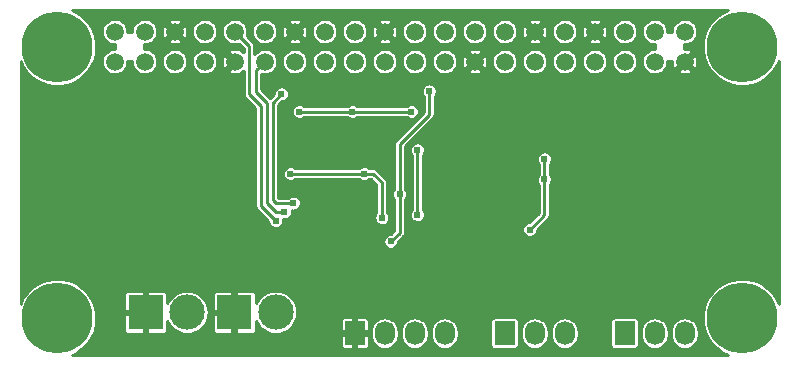
<source format=gbl>
G04 #@! TF.FileFunction,Copper,L2,Bot,Signal*
%FSLAX46Y46*%
G04 Gerber Fmt 4.6, Leading zero omitted, Abs format (unit mm)*
G04 Created by KiCad (PCBNEW 4.0.2-stable) date Sunday, October 23, 2016 'AMt' 12:13:37 AM*
%MOMM*%
G01*
G04 APERTURE LIST*
%ADD10C,0.100000*%
%ADD11C,6.000000*%
%ADD12R,1.727200X2.032000*%
%ADD13O,1.727200X2.032000*%
%ADD14C,1.500000*%
%ADD15R,3.000000X3.000000*%
%ADD16O,3.000000X3.000000*%
%ADD17C,0.609600*%
%ADD18C,0.254000*%
G04 APERTURE END LIST*
D10*
D11*
X3500000Y-3500000D03*
X3500000Y-26500000D03*
X61500000Y-26500000D03*
X61500000Y-3500000D03*
D12*
X51550000Y-27770000D03*
D13*
X54090000Y-27770000D03*
X56630000Y-27770000D03*
D14*
X8370000Y-4770000D03*
X8370000Y-2230000D03*
X10910000Y-4770000D03*
X13450000Y-4770000D03*
X15990000Y-4770000D03*
X18530000Y-4770000D03*
X21070000Y-4770000D03*
X23610000Y-4770000D03*
X26150000Y-4770000D03*
X28690000Y-4770000D03*
X31230000Y-4770000D03*
X33770000Y-4770000D03*
X36310000Y-4770000D03*
X38850000Y-4770000D03*
X10910000Y-2230000D03*
X13450000Y-2230000D03*
X15990000Y-2230000D03*
X18530000Y-2230000D03*
X21070000Y-2230000D03*
X23610000Y-2230000D03*
X26150000Y-2230000D03*
X28690000Y-2230000D03*
X31230000Y-2230000D03*
X33770000Y-2230000D03*
X36310000Y-2230000D03*
X38850000Y-2230000D03*
X41390000Y-4770000D03*
X43930000Y-4770000D03*
X46470000Y-4770000D03*
X49010000Y-4770000D03*
X51550000Y-4770000D03*
X54090000Y-4770000D03*
X56630000Y-4770000D03*
X56630000Y-2230000D03*
X54090000Y-2230000D03*
X51550000Y-2230000D03*
X49010000Y-2230000D03*
X46470000Y-2230000D03*
X43930000Y-2230000D03*
X41390000Y-2230000D03*
D12*
X41390000Y-27770000D03*
D13*
X43930000Y-27770000D03*
X46470000Y-27770000D03*
D15*
X18500000Y-26000000D03*
D16*
X22000000Y-26000000D03*
D15*
X11000000Y-26000000D03*
D16*
X14500000Y-26000000D03*
D12*
X28690000Y-27770000D03*
D13*
X31230000Y-27770000D03*
X33770000Y-27770000D03*
X36310000Y-27770000D03*
D17*
X34000000Y-12250000D03*
X34000000Y-17750000D03*
X18500000Y-15500000D03*
X25000000Y-21750000D03*
X28000000Y-21750000D03*
X30750000Y-22000000D03*
X33000000Y-20750000D03*
X34750000Y-14250000D03*
X27500000Y-11500000D03*
X13500000Y-20250000D03*
X7000000Y-22500000D03*
X35500000Y-12250000D03*
X39250000Y-10000000D03*
X39250000Y-11000000D03*
X40000000Y-15500000D03*
X38000000Y-15500000D03*
X42500000Y-13000000D03*
X42500000Y-16000000D03*
X48000000Y-24500000D03*
X38000000Y-21750000D03*
X38000000Y-20000000D03*
X18500000Y-12250000D03*
X14500000Y-12250000D03*
X22500000Y-7500000D03*
X23500000Y-16750000D03*
X22000000Y-18250000D03*
X22750000Y-17500000D03*
X35000000Y-7250000D03*
X31750000Y-20000000D03*
X32500000Y-16000000D03*
X29500000Y-14250000D03*
X31000000Y-18000000D03*
X23250000Y-14250000D03*
X43500000Y-19000000D03*
X44750000Y-13000000D03*
X44750000Y-14750000D03*
X24000000Y-9000000D03*
X33500000Y-9000000D03*
X28500000Y-9000000D03*
D18*
X34000000Y-17750000D02*
X34000000Y-12250000D01*
X21750000Y-8250000D02*
X22500000Y-7500000D01*
X21750000Y-16500000D02*
X21750000Y-8250000D01*
X22000000Y-16750000D02*
X21750000Y-16500000D01*
X23500000Y-16750000D02*
X22000000Y-16750000D01*
X20750000Y-8500000D02*
X19750000Y-7500000D01*
X20750000Y-8500000D02*
X20750000Y-17000000D01*
X20750000Y-17000000D02*
X22000000Y-18250000D01*
X19750000Y-7500000D02*
X19750000Y-3450000D01*
X19750000Y-3450000D02*
X18530000Y-2230000D01*
X22000000Y-17500000D02*
X22750000Y-17500000D01*
X21250000Y-16750000D02*
X22000000Y-17500000D01*
X20320001Y-7320001D02*
X21250000Y-8250000D01*
X21250000Y-16750000D02*
X21250000Y-8250000D01*
X21070000Y-4770000D02*
X20320001Y-5519999D01*
X20320001Y-5519999D02*
X20320001Y-7320001D01*
X32500000Y-16000000D02*
X32500000Y-11750000D01*
X32500000Y-11750000D02*
X35000000Y-9250000D01*
X35000000Y-9250000D02*
X35000000Y-9000000D01*
X35000000Y-9000000D02*
X35000000Y-7250000D01*
X32500000Y-16000000D02*
X32500000Y-19250000D01*
X32500000Y-19250000D02*
X31750000Y-20000000D01*
X23250000Y-14250000D02*
X29500000Y-14250000D01*
X29500000Y-14250000D02*
X30250000Y-14250000D01*
X30250000Y-14250000D02*
X31000000Y-15000000D01*
X31000000Y-15000000D02*
X31000000Y-18000000D01*
X43500000Y-19000000D02*
X44750000Y-17750000D01*
X44750000Y-17750000D02*
X44750000Y-14750000D01*
X44750000Y-14750000D02*
X44750000Y-13000000D01*
X28500000Y-9000000D02*
X24000000Y-9000000D01*
X28500000Y-9000000D02*
X33500000Y-9000000D01*
G36*
X59949666Y-534485D02*
X59403188Y-892091D01*
X58936576Y-1349031D01*
X58567604Y-1887901D01*
X58310326Y-2488176D01*
X58174541Y-3126990D01*
X58165423Y-3780012D01*
X58283317Y-4422369D01*
X58523734Y-5029593D01*
X58877516Y-5578555D01*
X59331188Y-6048346D01*
X59867469Y-6421070D01*
X60465932Y-6682533D01*
X61103783Y-6822773D01*
X61756726Y-6836451D01*
X62399890Y-6723043D01*
X63008777Y-6486872D01*
X63560196Y-6136931D01*
X64033142Y-5686550D01*
X64409602Y-5152884D01*
X64594800Y-4736922D01*
X64594800Y-25269105D01*
X64454619Y-24929001D01*
X64093207Y-24385032D01*
X63633020Y-23921622D01*
X63091587Y-23556421D01*
X62489532Y-23303340D01*
X61849785Y-23172018D01*
X61196715Y-23167459D01*
X60555197Y-23289835D01*
X59949666Y-23534485D01*
X59403188Y-23892091D01*
X58936576Y-24349031D01*
X58567604Y-24887901D01*
X58310326Y-25488176D01*
X58174541Y-26126990D01*
X58165423Y-26780012D01*
X58283317Y-27422369D01*
X58523734Y-28029593D01*
X58877516Y-28578555D01*
X59331188Y-29048346D01*
X59867469Y-29421070D01*
X60265120Y-29594800D01*
X4730521Y-29594800D01*
X5008777Y-29486872D01*
X5560196Y-29136931D01*
X6033142Y-28686550D01*
X6409602Y-28152884D01*
X6475466Y-28004950D01*
X27496200Y-28004950D01*
X27496200Y-28818522D01*
X27508889Y-28882316D01*
X27533780Y-28942408D01*
X27569917Y-28996490D01*
X27615910Y-29042483D01*
X27669992Y-29078619D01*
X27730084Y-29103511D01*
X27793878Y-29116200D01*
X28455050Y-29116200D01*
X28537600Y-29033650D01*
X28537600Y-27922400D01*
X28842400Y-27922400D01*
X28842400Y-29033650D01*
X28924950Y-29116200D01*
X29586122Y-29116200D01*
X29649916Y-29103511D01*
X29710008Y-29078619D01*
X29764090Y-29042483D01*
X29810083Y-28996490D01*
X29846220Y-28942408D01*
X29871111Y-28882316D01*
X29883800Y-28818522D01*
X29883800Y-28004950D01*
X29801250Y-27922400D01*
X28842400Y-27922400D01*
X28537600Y-27922400D01*
X27578750Y-27922400D01*
X27496200Y-28004950D01*
X6475466Y-28004950D01*
X6675236Y-27556260D01*
X6819926Y-26919404D01*
X6829483Y-26234950D01*
X9169800Y-26234950D01*
X9169800Y-27532522D01*
X9182489Y-27596316D01*
X9207381Y-27656408D01*
X9243517Y-27710490D01*
X9289510Y-27756483D01*
X9343592Y-27792620D01*
X9403684Y-27817511D01*
X9467478Y-27830200D01*
X10765050Y-27830200D01*
X10847600Y-27747650D01*
X10847600Y-26152400D01*
X9252350Y-26152400D01*
X9169800Y-26234950D01*
X6829483Y-26234950D01*
X6830342Y-26173457D01*
X6703491Y-25532809D01*
X6454619Y-24929001D01*
X6147984Y-24467478D01*
X9169800Y-24467478D01*
X9169800Y-25765050D01*
X9252350Y-25847600D01*
X10847600Y-25847600D01*
X10847600Y-24252350D01*
X11152400Y-24252350D01*
X11152400Y-25847600D01*
X11172400Y-25847600D01*
X11172400Y-26152400D01*
X11152400Y-26152400D01*
X11152400Y-27747650D01*
X11234950Y-27830200D01*
X12532522Y-27830200D01*
X12596316Y-27817511D01*
X12656408Y-27792620D01*
X12710490Y-27756483D01*
X12756483Y-27710490D01*
X12792619Y-27656408D01*
X12817511Y-27596316D01*
X12830200Y-27532522D01*
X12830200Y-26748239D01*
X12975588Y-27021673D01*
X13201344Y-27298478D01*
X13476565Y-27526161D01*
X13790769Y-27696050D01*
X14131987Y-27801675D01*
X14487223Y-27839011D01*
X14842945Y-27806638D01*
X15185605Y-27705788D01*
X15502150Y-27540302D01*
X15780524Y-27316484D01*
X16010123Y-27042859D01*
X16182201Y-26729848D01*
X16290206Y-26389376D01*
X16307527Y-26234950D01*
X16669800Y-26234950D01*
X16669800Y-27532522D01*
X16682489Y-27596316D01*
X16707381Y-27656408D01*
X16743517Y-27710490D01*
X16789510Y-27756483D01*
X16843592Y-27792620D01*
X16903684Y-27817511D01*
X16967478Y-27830200D01*
X18265050Y-27830200D01*
X18347600Y-27747650D01*
X18347600Y-26152400D01*
X16752350Y-26152400D01*
X16669800Y-26234950D01*
X16307527Y-26234950D01*
X16330022Y-26034410D01*
X16330200Y-26008856D01*
X16330200Y-25991144D01*
X16295344Y-25635656D01*
X16192104Y-25293709D01*
X16024412Y-24978327D01*
X15798656Y-24701522D01*
X15523435Y-24473839D01*
X15511671Y-24467478D01*
X16669800Y-24467478D01*
X16669800Y-25765050D01*
X16752350Y-25847600D01*
X18347600Y-25847600D01*
X18347600Y-24252350D01*
X18652400Y-24252350D01*
X18652400Y-25847600D01*
X18672400Y-25847600D01*
X18672400Y-26152400D01*
X18652400Y-26152400D01*
X18652400Y-27747650D01*
X18734950Y-27830200D01*
X20032522Y-27830200D01*
X20096316Y-27817511D01*
X20156408Y-27792620D01*
X20210490Y-27756483D01*
X20256483Y-27710490D01*
X20292619Y-27656408D01*
X20317511Y-27596316D01*
X20330200Y-27532522D01*
X20330200Y-26748239D01*
X20475588Y-27021673D01*
X20701344Y-27298478D01*
X20976565Y-27526161D01*
X21290769Y-27696050D01*
X21631987Y-27801675D01*
X21987223Y-27839011D01*
X22342945Y-27806638D01*
X22685605Y-27705788D01*
X23002150Y-27540302D01*
X23280524Y-27316484D01*
X23510123Y-27042859D01*
X23682201Y-26729848D01*
X23684856Y-26721478D01*
X27496200Y-26721478D01*
X27496200Y-27535050D01*
X27578750Y-27617600D01*
X28537600Y-27617600D01*
X28537600Y-26506350D01*
X28842400Y-26506350D01*
X28842400Y-27617600D01*
X29801250Y-27617600D01*
X29807764Y-27611086D01*
X30036200Y-27611086D01*
X30036200Y-27928914D01*
X30058936Y-28160791D01*
X30126277Y-28383836D01*
X30235659Y-28589553D01*
X30382914Y-28770106D01*
X30562436Y-28918619D01*
X30767384Y-29029434D01*
X30989953Y-29098331D01*
X31221666Y-29122685D01*
X31453696Y-29101569D01*
X31677205Y-29035786D01*
X31883681Y-28927843D01*
X32065258Y-28781851D01*
X32215020Y-28603372D01*
X32327264Y-28399202D01*
X32397713Y-28177119D01*
X32423684Y-27945582D01*
X32423800Y-27928914D01*
X32423800Y-27611086D01*
X32576200Y-27611086D01*
X32576200Y-27928914D01*
X32598936Y-28160791D01*
X32666277Y-28383836D01*
X32775659Y-28589553D01*
X32922914Y-28770106D01*
X33102436Y-28918619D01*
X33307384Y-29029434D01*
X33529953Y-29098331D01*
X33761666Y-29122685D01*
X33993696Y-29101569D01*
X34217205Y-29035786D01*
X34423681Y-28927843D01*
X34605258Y-28781851D01*
X34755020Y-28603372D01*
X34867264Y-28399202D01*
X34937713Y-28177119D01*
X34963684Y-27945582D01*
X34963800Y-27928914D01*
X34963800Y-27611086D01*
X35116200Y-27611086D01*
X35116200Y-27928914D01*
X35138936Y-28160791D01*
X35206277Y-28383836D01*
X35315659Y-28589553D01*
X35462914Y-28770106D01*
X35642436Y-28918619D01*
X35847384Y-29029434D01*
X36069953Y-29098331D01*
X36301666Y-29122685D01*
X36533696Y-29101569D01*
X36757205Y-29035786D01*
X36963681Y-28927843D01*
X37145258Y-28781851D01*
X37295020Y-28603372D01*
X37407264Y-28399202D01*
X37477713Y-28177119D01*
X37503684Y-27945582D01*
X37503800Y-27928914D01*
X37503800Y-27611086D01*
X37481064Y-27379209D01*
X37413723Y-27156164D01*
X37304341Y-26950447D01*
X37157086Y-26769894D01*
X37137874Y-26754000D01*
X40194603Y-26754000D01*
X40194603Y-28786000D01*
X40198796Y-28838583D01*
X40226416Y-28927769D01*
X40277788Y-29005730D01*
X40348846Y-29066293D01*
X40433964Y-29104661D01*
X40526400Y-29117797D01*
X42253600Y-29117797D01*
X42306183Y-29113604D01*
X42395369Y-29085984D01*
X42473330Y-29034612D01*
X42533893Y-28963554D01*
X42572261Y-28878436D01*
X42585397Y-28786000D01*
X42585397Y-27611086D01*
X42736200Y-27611086D01*
X42736200Y-27928914D01*
X42758936Y-28160791D01*
X42826277Y-28383836D01*
X42935659Y-28589553D01*
X43082914Y-28770106D01*
X43262436Y-28918619D01*
X43467384Y-29029434D01*
X43689953Y-29098331D01*
X43921666Y-29122685D01*
X44153696Y-29101569D01*
X44377205Y-29035786D01*
X44583681Y-28927843D01*
X44765258Y-28781851D01*
X44915020Y-28603372D01*
X45027264Y-28399202D01*
X45097713Y-28177119D01*
X45123684Y-27945582D01*
X45123800Y-27928914D01*
X45123800Y-27611086D01*
X45276200Y-27611086D01*
X45276200Y-27928914D01*
X45298936Y-28160791D01*
X45366277Y-28383836D01*
X45475659Y-28589553D01*
X45622914Y-28770106D01*
X45802436Y-28918619D01*
X46007384Y-29029434D01*
X46229953Y-29098331D01*
X46461666Y-29122685D01*
X46693696Y-29101569D01*
X46917205Y-29035786D01*
X47123681Y-28927843D01*
X47305258Y-28781851D01*
X47455020Y-28603372D01*
X47567264Y-28399202D01*
X47637713Y-28177119D01*
X47663684Y-27945582D01*
X47663800Y-27928914D01*
X47663800Y-27611086D01*
X47641064Y-27379209D01*
X47573723Y-27156164D01*
X47464341Y-26950447D01*
X47317086Y-26769894D01*
X47297874Y-26754000D01*
X50354603Y-26754000D01*
X50354603Y-28786000D01*
X50358796Y-28838583D01*
X50386416Y-28927769D01*
X50437788Y-29005730D01*
X50508846Y-29066293D01*
X50593964Y-29104661D01*
X50686400Y-29117797D01*
X52413600Y-29117797D01*
X52466183Y-29113604D01*
X52555369Y-29085984D01*
X52633330Y-29034612D01*
X52693893Y-28963554D01*
X52732261Y-28878436D01*
X52745397Y-28786000D01*
X52745397Y-27611086D01*
X52896200Y-27611086D01*
X52896200Y-27928914D01*
X52918936Y-28160791D01*
X52986277Y-28383836D01*
X53095659Y-28589553D01*
X53242914Y-28770106D01*
X53422436Y-28918619D01*
X53627384Y-29029434D01*
X53849953Y-29098331D01*
X54081666Y-29122685D01*
X54313696Y-29101569D01*
X54537205Y-29035786D01*
X54743681Y-28927843D01*
X54925258Y-28781851D01*
X55075020Y-28603372D01*
X55187264Y-28399202D01*
X55257713Y-28177119D01*
X55283684Y-27945582D01*
X55283800Y-27928914D01*
X55283800Y-27611086D01*
X55436200Y-27611086D01*
X55436200Y-27928914D01*
X55458936Y-28160791D01*
X55526277Y-28383836D01*
X55635659Y-28589553D01*
X55782914Y-28770106D01*
X55962436Y-28918619D01*
X56167384Y-29029434D01*
X56389953Y-29098331D01*
X56621666Y-29122685D01*
X56853696Y-29101569D01*
X57077205Y-29035786D01*
X57283681Y-28927843D01*
X57465258Y-28781851D01*
X57615020Y-28603372D01*
X57727264Y-28399202D01*
X57797713Y-28177119D01*
X57823684Y-27945582D01*
X57823800Y-27928914D01*
X57823800Y-27611086D01*
X57801064Y-27379209D01*
X57733723Y-27156164D01*
X57624341Y-26950447D01*
X57477086Y-26769894D01*
X57297564Y-26621381D01*
X57092616Y-26510566D01*
X56870047Y-26441669D01*
X56638334Y-26417315D01*
X56406304Y-26438431D01*
X56182795Y-26504214D01*
X55976319Y-26612157D01*
X55794742Y-26758149D01*
X55644980Y-26936628D01*
X55532736Y-27140798D01*
X55462287Y-27362881D01*
X55436316Y-27594418D01*
X55436200Y-27611086D01*
X55283800Y-27611086D01*
X55261064Y-27379209D01*
X55193723Y-27156164D01*
X55084341Y-26950447D01*
X54937086Y-26769894D01*
X54757564Y-26621381D01*
X54552616Y-26510566D01*
X54330047Y-26441669D01*
X54098334Y-26417315D01*
X53866304Y-26438431D01*
X53642795Y-26504214D01*
X53436319Y-26612157D01*
X53254742Y-26758149D01*
X53104980Y-26936628D01*
X52992736Y-27140798D01*
X52922287Y-27362881D01*
X52896316Y-27594418D01*
X52896200Y-27611086D01*
X52745397Y-27611086D01*
X52745397Y-26754000D01*
X52741204Y-26701417D01*
X52713584Y-26612231D01*
X52662212Y-26534270D01*
X52591154Y-26473707D01*
X52506036Y-26435339D01*
X52413600Y-26422203D01*
X50686400Y-26422203D01*
X50633817Y-26426396D01*
X50544631Y-26454016D01*
X50466670Y-26505388D01*
X50406107Y-26576446D01*
X50367739Y-26661564D01*
X50354603Y-26754000D01*
X47297874Y-26754000D01*
X47137564Y-26621381D01*
X46932616Y-26510566D01*
X46710047Y-26441669D01*
X46478334Y-26417315D01*
X46246304Y-26438431D01*
X46022795Y-26504214D01*
X45816319Y-26612157D01*
X45634742Y-26758149D01*
X45484980Y-26936628D01*
X45372736Y-27140798D01*
X45302287Y-27362881D01*
X45276316Y-27594418D01*
X45276200Y-27611086D01*
X45123800Y-27611086D01*
X45101064Y-27379209D01*
X45033723Y-27156164D01*
X44924341Y-26950447D01*
X44777086Y-26769894D01*
X44597564Y-26621381D01*
X44392616Y-26510566D01*
X44170047Y-26441669D01*
X43938334Y-26417315D01*
X43706304Y-26438431D01*
X43482795Y-26504214D01*
X43276319Y-26612157D01*
X43094742Y-26758149D01*
X42944980Y-26936628D01*
X42832736Y-27140798D01*
X42762287Y-27362881D01*
X42736316Y-27594418D01*
X42736200Y-27611086D01*
X42585397Y-27611086D01*
X42585397Y-26754000D01*
X42581204Y-26701417D01*
X42553584Y-26612231D01*
X42502212Y-26534270D01*
X42431154Y-26473707D01*
X42346036Y-26435339D01*
X42253600Y-26422203D01*
X40526400Y-26422203D01*
X40473817Y-26426396D01*
X40384631Y-26454016D01*
X40306670Y-26505388D01*
X40246107Y-26576446D01*
X40207739Y-26661564D01*
X40194603Y-26754000D01*
X37137874Y-26754000D01*
X36977564Y-26621381D01*
X36772616Y-26510566D01*
X36550047Y-26441669D01*
X36318334Y-26417315D01*
X36086304Y-26438431D01*
X35862795Y-26504214D01*
X35656319Y-26612157D01*
X35474742Y-26758149D01*
X35324980Y-26936628D01*
X35212736Y-27140798D01*
X35142287Y-27362881D01*
X35116316Y-27594418D01*
X35116200Y-27611086D01*
X34963800Y-27611086D01*
X34941064Y-27379209D01*
X34873723Y-27156164D01*
X34764341Y-26950447D01*
X34617086Y-26769894D01*
X34437564Y-26621381D01*
X34232616Y-26510566D01*
X34010047Y-26441669D01*
X33778334Y-26417315D01*
X33546304Y-26438431D01*
X33322795Y-26504214D01*
X33116319Y-26612157D01*
X32934742Y-26758149D01*
X32784980Y-26936628D01*
X32672736Y-27140798D01*
X32602287Y-27362881D01*
X32576316Y-27594418D01*
X32576200Y-27611086D01*
X32423800Y-27611086D01*
X32401064Y-27379209D01*
X32333723Y-27156164D01*
X32224341Y-26950447D01*
X32077086Y-26769894D01*
X31897564Y-26621381D01*
X31692616Y-26510566D01*
X31470047Y-26441669D01*
X31238334Y-26417315D01*
X31006304Y-26438431D01*
X30782795Y-26504214D01*
X30576319Y-26612157D01*
X30394742Y-26758149D01*
X30244980Y-26936628D01*
X30132736Y-27140798D01*
X30062287Y-27362881D01*
X30036316Y-27594418D01*
X30036200Y-27611086D01*
X29807764Y-27611086D01*
X29883800Y-27535050D01*
X29883800Y-26721478D01*
X29871111Y-26657684D01*
X29846220Y-26597592D01*
X29810083Y-26543510D01*
X29764090Y-26497517D01*
X29710008Y-26461381D01*
X29649916Y-26436489D01*
X29586122Y-26423800D01*
X28924950Y-26423800D01*
X28842400Y-26506350D01*
X28537600Y-26506350D01*
X28455050Y-26423800D01*
X27793878Y-26423800D01*
X27730084Y-26436489D01*
X27669992Y-26461381D01*
X27615910Y-26497517D01*
X27569917Y-26543510D01*
X27533780Y-26597592D01*
X27508889Y-26657684D01*
X27496200Y-26721478D01*
X23684856Y-26721478D01*
X23790206Y-26389376D01*
X23830022Y-26034410D01*
X23830200Y-26008856D01*
X23830200Y-25991144D01*
X23795344Y-25635656D01*
X23692104Y-25293709D01*
X23524412Y-24978327D01*
X23298656Y-24701522D01*
X23023435Y-24473839D01*
X22709231Y-24303950D01*
X22368013Y-24198325D01*
X22012777Y-24160989D01*
X21657055Y-24193362D01*
X21314395Y-24294212D01*
X20997850Y-24459698D01*
X20719476Y-24683516D01*
X20489877Y-24957141D01*
X20330200Y-25247595D01*
X20330200Y-24467478D01*
X20317511Y-24403684D01*
X20292619Y-24343592D01*
X20256483Y-24289510D01*
X20210490Y-24243517D01*
X20156408Y-24207380D01*
X20096316Y-24182489D01*
X20032522Y-24169800D01*
X18734950Y-24169800D01*
X18652400Y-24252350D01*
X18347600Y-24252350D01*
X18265050Y-24169800D01*
X16967478Y-24169800D01*
X16903684Y-24182489D01*
X16843592Y-24207380D01*
X16789510Y-24243517D01*
X16743517Y-24289510D01*
X16707381Y-24343592D01*
X16682489Y-24403684D01*
X16669800Y-24467478D01*
X15511671Y-24467478D01*
X15209231Y-24303950D01*
X14868013Y-24198325D01*
X14512777Y-24160989D01*
X14157055Y-24193362D01*
X13814395Y-24294212D01*
X13497850Y-24459698D01*
X13219476Y-24683516D01*
X12989877Y-24957141D01*
X12830200Y-25247595D01*
X12830200Y-24467478D01*
X12817511Y-24403684D01*
X12792619Y-24343592D01*
X12756483Y-24289510D01*
X12710490Y-24243517D01*
X12656408Y-24207380D01*
X12596316Y-24182489D01*
X12532522Y-24169800D01*
X11234950Y-24169800D01*
X11152400Y-24252350D01*
X10847600Y-24252350D01*
X10765050Y-24169800D01*
X9467478Y-24169800D01*
X9403684Y-24182489D01*
X9343592Y-24207380D01*
X9289510Y-24243517D01*
X9243517Y-24289510D01*
X9207381Y-24343592D01*
X9182489Y-24403684D01*
X9169800Y-24467478D01*
X6147984Y-24467478D01*
X6093207Y-24385032D01*
X5633020Y-23921622D01*
X5091587Y-23556421D01*
X4489532Y-23303340D01*
X3849785Y-23172018D01*
X3196715Y-23167459D01*
X2555197Y-23289835D01*
X1949666Y-23534485D01*
X1403188Y-23892091D01*
X936576Y-24349031D01*
X567604Y-24887901D01*
X405200Y-25266818D01*
X405200Y-20053392D01*
X31114166Y-20053392D01*
X31136646Y-20175876D01*
X31182488Y-20291661D01*
X31249947Y-20396337D01*
X31336453Y-20485916D01*
X31438710Y-20556987D01*
X31552825Y-20606843D01*
X31674450Y-20633583D01*
X31798952Y-20636191D01*
X31921590Y-20614567D01*
X32037692Y-20569534D01*
X32142836Y-20502808D01*
X32233017Y-20416929D01*
X32304800Y-20315170D01*
X32355451Y-20201407D01*
X32383041Y-20079972D01*
X32383982Y-20012596D01*
X32823289Y-19573289D01*
X32850091Y-19540661D01*
X32877242Y-19508303D01*
X32878400Y-19506197D01*
X32879926Y-19504339D01*
X32899870Y-19467144D01*
X32920229Y-19430110D01*
X32920957Y-19427815D01*
X32922091Y-19425700D01*
X32934429Y-19385344D01*
X32947209Y-19345057D01*
X32947477Y-19342669D01*
X32948180Y-19340369D01*
X32952449Y-19298337D01*
X32957155Y-19256384D01*
X32957188Y-19251680D01*
X32957197Y-19251596D01*
X32957189Y-19251515D01*
X32957200Y-19250000D01*
X32957200Y-19053392D01*
X42864166Y-19053392D01*
X42886646Y-19175876D01*
X42932488Y-19291661D01*
X42999947Y-19396337D01*
X43086453Y-19485916D01*
X43188710Y-19556987D01*
X43302825Y-19606843D01*
X43424450Y-19633583D01*
X43548952Y-19636191D01*
X43671590Y-19614567D01*
X43787692Y-19569534D01*
X43892836Y-19502808D01*
X43983017Y-19416929D01*
X44054800Y-19315170D01*
X44105451Y-19201407D01*
X44133041Y-19079972D01*
X44133982Y-19012596D01*
X45073289Y-18073289D01*
X45100072Y-18040683D01*
X45127242Y-18008303D01*
X45128401Y-18006194D01*
X45129926Y-18004338D01*
X45149858Y-17967164D01*
X45170229Y-17930110D01*
X45170957Y-17927815D01*
X45172091Y-17925700D01*
X45184442Y-17885303D01*
X45197209Y-17845057D01*
X45197476Y-17842674D01*
X45198181Y-17840369D01*
X45202460Y-17798243D01*
X45207155Y-17756384D01*
X45207188Y-17751694D01*
X45207198Y-17751596D01*
X45207189Y-17751505D01*
X45207200Y-17750000D01*
X45207200Y-15191514D01*
X45233017Y-15166929D01*
X45304800Y-15065170D01*
X45355451Y-14951407D01*
X45383041Y-14829972D01*
X45385027Y-14687735D01*
X45360839Y-14565577D01*
X45313384Y-14450443D01*
X45244470Y-14346720D01*
X45207200Y-14309189D01*
X45207200Y-13441514D01*
X45233017Y-13416929D01*
X45304800Y-13315170D01*
X45355451Y-13201407D01*
X45383041Y-13079972D01*
X45385027Y-12937735D01*
X45360839Y-12815577D01*
X45313384Y-12700443D01*
X45244470Y-12596720D01*
X45156722Y-12508357D01*
X45053482Y-12438721D01*
X44938683Y-12390464D01*
X44816697Y-12365423D01*
X44692170Y-12364554D01*
X44569846Y-12387889D01*
X44454384Y-12434538D01*
X44350182Y-12502726D01*
X44261208Y-12589855D01*
X44190853Y-12692606D01*
X44141796Y-12807066D01*
X44115905Y-12928875D01*
X44114166Y-13053392D01*
X44136646Y-13175876D01*
X44182488Y-13291661D01*
X44249947Y-13396337D01*
X44292800Y-13440712D01*
X44292800Y-14308918D01*
X44261208Y-14339855D01*
X44190853Y-14442606D01*
X44141796Y-14557066D01*
X44115905Y-14678875D01*
X44114166Y-14803392D01*
X44136646Y-14925876D01*
X44182488Y-15041661D01*
X44249947Y-15146337D01*
X44292800Y-15190712D01*
X44292800Y-17560622D01*
X43488544Y-18364878D01*
X43442170Y-18364554D01*
X43319846Y-18387889D01*
X43204384Y-18434538D01*
X43100182Y-18502726D01*
X43011208Y-18589855D01*
X42940853Y-18692606D01*
X42891796Y-18807066D01*
X42865905Y-18928875D01*
X42864166Y-19053392D01*
X32957200Y-19053392D01*
X32957200Y-16441514D01*
X32983017Y-16416929D01*
X33054800Y-16315170D01*
X33105451Y-16201407D01*
X33133041Y-16079972D01*
X33135027Y-15937735D01*
X33110839Y-15815577D01*
X33063384Y-15700443D01*
X32994470Y-15596720D01*
X32957200Y-15559189D01*
X32957200Y-12303392D01*
X33364166Y-12303392D01*
X33386646Y-12425876D01*
X33432488Y-12541661D01*
X33499947Y-12646337D01*
X33542800Y-12690712D01*
X33542800Y-17308918D01*
X33511208Y-17339855D01*
X33440853Y-17442606D01*
X33391796Y-17557066D01*
X33365905Y-17678875D01*
X33364166Y-17803392D01*
X33386646Y-17925876D01*
X33432488Y-18041661D01*
X33499947Y-18146337D01*
X33586453Y-18235916D01*
X33688710Y-18306987D01*
X33802825Y-18356843D01*
X33924450Y-18383583D01*
X34048952Y-18386191D01*
X34171590Y-18364567D01*
X34287692Y-18319534D01*
X34392836Y-18252808D01*
X34483017Y-18166929D01*
X34554800Y-18065170D01*
X34605451Y-17951407D01*
X34633041Y-17829972D01*
X34635027Y-17687735D01*
X34610839Y-17565577D01*
X34563384Y-17450443D01*
X34494470Y-17346720D01*
X34457200Y-17309189D01*
X34457200Y-12691514D01*
X34483017Y-12666929D01*
X34554800Y-12565170D01*
X34605451Y-12451407D01*
X34633041Y-12329972D01*
X34635027Y-12187735D01*
X34610839Y-12065577D01*
X34563384Y-11950443D01*
X34494470Y-11846720D01*
X34406722Y-11758357D01*
X34303482Y-11688721D01*
X34188683Y-11640464D01*
X34066697Y-11615423D01*
X33942170Y-11614554D01*
X33819846Y-11637889D01*
X33704384Y-11684538D01*
X33600182Y-11752726D01*
X33511208Y-11839855D01*
X33440853Y-11942606D01*
X33391796Y-12057066D01*
X33365905Y-12178875D01*
X33364166Y-12303392D01*
X32957200Y-12303392D01*
X32957200Y-11939378D01*
X35323289Y-9573289D01*
X35350072Y-9540683D01*
X35377242Y-9508303D01*
X35378401Y-9506194D01*
X35379926Y-9504338D01*
X35399858Y-9467164D01*
X35420229Y-9430110D01*
X35420957Y-9427815D01*
X35422091Y-9425700D01*
X35434442Y-9385303D01*
X35447209Y-9345057D01*
X35447476Y-9342674D01*
X35448181Y-9340369D01*
X35452460Y-9298243D01*
X35457155Y-9256384D01*
X35457188Y-9251694D01*
X35457198Y-9251596D01*
X35457189Y-9251505D01*
X35457200Y-9250000D01*
X35457200Y-7691514D01*
X35483017Y-7666929D01*
X35554800Y-7565170D01*
X35605451Y-7451407D01*
X35633041Y-7329972D01*
X35635027Y-7187735D01*
X35610839Y-7065577D01*
X35563384Y-6950443D01*
X35494470Y-6846720D01*
X35406722Y-6758357D01*
X35303482Y-6688721D01*
X35188683Y-6640464D01*
X35066697Y-6615423D01*
X34942170Y-6614554D01*
X34819846Y-6637889D01*
X34704384Y-6684538D01*
X34600182Y-6752726D01*
X34511208Y-6839855D01*
X34440853Y-6942606D01*
X34391796Y-7057066D01*
X34365905Y-7178875D01*
X34364166Y-7303392D01*
X34386646Y-7425876D01*
X34432488Y-7541661D01*
X34499947Y-7646337D01*
X34542800Y-7690712D01*
X34542800Y-9060622D01*
X32176711Y-11426711D01*
X32149909Y-11459339D01*
X32122758Y-11491697D01*
X32121600Y-11493803D01*
X32120074Y-11495661D01*
X32100130Y-11532856D01*
X32079771Y-11569890D01*
X32079043Y-11572185D01*
X32077909Y-11574300D01*
X32065558Y-11614697D01*
X32052791Y-11654943D01*
X32052524Y-11657326D01*
X32051819Y-11659631D01*
X32047540Y-11701757D01*
X32042845Y-11743616D01*
X32042812Y-11748306D01*
X32042802Y-11748404D01*
X32042811Y-11748495D01*
X32042800Y-11750000D01*
X32042800Y-15558918D01*
X32011208Y-15589855D01*
X31940853Y-15692606D01*
X31891796Y-15807066D01*
X31865905Y-15928875D01*
X31864166Y-16053392D01*
X31886646Y-16175876D01*
X31932488Y-16291661D01*
X31999947Y-16396337D01*
X32042800Y-16440712D01*
X32042800Y-19060622D01*
X31738544Y-19364878D01*
X31692170Y-19364554D01*
X31569846Y-19387889D01*
X31454384Y-19434538D01*
X31350182Y-19502726D01*
X31261208Y-19589855D01*
X31190853Y-19692606D01*
X31141796Y-19807066D01*
X31115905Y-19928875D01*
X31114166Y-20053392D01*
X405200Y-20053392D01*
X405200Y-4730210D01*
X523734Y-5029593D01*
X877516Y-5578555D01*
X1331188Y-6048346D01*
X1867469Y-6421070D01*
X2465932Y-6682533D01*
X3103783Y-6822773D01*
X3756726Y-6836451D01*
X4399890Y-6723043D01*
X5008777Y-6486872D01*
X5560196Y-6136931D01*
X6033142Y-5686550D01*
X6409602Y-5152884D01*
X6675236Y-4556260D01*
X6819926Y-3919404D01*
X6830342Y-3173457D01*
X6703491Y-2532809D01*
X6616118Y-2320826D01*
X7288380Y-2320826D01*
X7326621Y-2529184D01*
X7404603Y-2726146D01*
X7519358Y-2904211D01*
X7666513Y-3056594D01*
X7840464Y-3177493D01*
X8034585Y-3262302D01*
X8241481Y-3307792D01*
X8432491Y-3311793D01*
X8421537Y-3363327D01*
X8418196Y-3602598D01*
X8434269Y-3690176D01*
X8271625Y-3689040D01*
X8063539Y-3728735D01*
X7867126Y-3808091D01*
X7689867Y-3924086D01*
X7538515Y-4072301D01*
X7418833Y-4247092D01*
X7335381Y-4441800D01*
X7291337Y-4649009D01*
X7288380Y-4860826D01*
X7326621Y-5069184D01*
X7404603Y-5266146D01*
X7519358Y-5444211D01*
X7666513Y-5596594D01*
X7840464Y-5717493D01*
X8034585Y-5802302D01*
X8241481Y-5847792D01*
X8453273Y-5852228D01*
X8661893Y-5815443D01*
X8859395Y-5738837D01*
X9038256Y-5625328D01*
X9191663Y-5479240D01*
X9313773Y-5306138D01*
X9399936Y-5112614D01*
X9446868Y-4906040D01*
X9449640Y-4707545D01*
X9494824Y-4717479D01*
X9734066Y-4722490D01*
X9830549Y-4705477D01*
X9828380Y-4860826D01*
X9866621Y-5069184D01*
X9944603Y-5266146D01*
X10059358Y-5444211D01*
X10206513Y-5596594D01*
X10380464Y-5717493D01*
X10574585Y-5802302D01*
X10781481Y-5847792D01*
X10993273Y-5852228D01*
X11201893Y-5815443D01*
X11399395Y-5738837D01*
X11578256Y-5625328D01*
X11731663Y-5479240D01*
X11853773Y-5306138D01*
X11939936Y-5112614D01*
X11986868Y-4906040D01*
X11987499Y-4860826D01*
X12368380Y-4860826D01*
X12406621Y-5069184D01*
X12484603Y-5266146D01*
X12599358Y-5444211D01*
X12746513Y-5596594D01*
X12920464Y-5717493D01*
X13114585Y-5802302D01*
X13321481Y-5847792D01*
X13533273Y-5852228D01*
X13741893Y-5815443D01*
X13939395Y-5738837D01*
X14118256Y-5625328D01*
X14271663Y-5479240D01*
X14393773Y-5306138D01*
X14479936Y-5112614D01*
X14526868Y-4906040D01*
X14527499Y-4860826D01*
X14908380Y-4860826D01*
X14946621Y-5069184D01*
X15024603Y-5266146D01*
X15139358Y-5444211D01*
X15286513Y-5596594D01*
X15460464Y-5717493D01*
X15654585Y-5802302D01*
X15861481Y-5847792D01*
X16073273Y-5852228D01*
X16281893Y-5815443D01*
X16479395Y-5738837D01*
X16658256Y-5625328D01*
X16811663Y-5479240D01*
X16933773Y-5306138D01*
X17019936Y-5112614D01*
X17066868Y-4906040D01*
X17070201Y-4667312D01*
X17449441Y-4667312D01*
X17450171Y-4880092D01*
X17492397Y-5088641D01*
X17570991Y-5278384D01*
X17721331Y-5363142D01*
X18314474Y-4770000D01*
X17721331Y-4176858D01*
X17570991Y-4261616D01*
X17490238Y-4458478D01*
X17449441Y-4667312D01*
X17070201Y-4667312D01*
X17070247Y-4664081D01*
X17029100Y-4456277D01*
X16948375Y-4260423D01*
X16831146Y-4083978D01*
X16681877Y-3933664D01*
X16506255Y-3815206D01*
X16310970Y-3733115D01*
X16103458Y-3690519D01*
X15891625Y-3689040D01*
X15683539Y-3728735D01*
X15487126Y-3808091D01*
X15309867Y-3924086D01*
X15158515Y-4072301D01*
X15038833Y-4247092D01*
X14955381Y-4441800D01*
X14911337Y-4649009D01*
X14908380Y-4860826D01*
X14527499Y-4860826D01*
X14530247Y-4664081D01*
X14489100Y-4456277D01*
X14408375Y-4260423D01*
X14291146Y-4083978D01*
X14141877Y-3933664D01*
X13966255Y-3815206D01*
X13770970Y-3733115D01*
X13563458Y-3690519D01*
X13351625Y-3689040D01*
X13143539Y-3728735D01*
X12947126Y-3808091D01*
X12769867Y-3924086D01*
X12618515Y-4072301D01*
X12498833Y-4247092D01*
X12415381Y-4441800D01*
X12371337Y-4649009D01*
X12368380Y-4860826D01*
X11987499Y-4860826D01*
X11990247Y-4664081D01*
X11949100Y-4456277D01*
X11868375Y-4260423D01*
X11751146Y-4083978D01*
X11601877Y-3933664D01*
X11426255Y-3815206D01*
X11230970Y-3733115D01*
X11023458Y-3690519D01*
X10848342Y-3689296D01*
X10856436Y-3653672D01*
X10860252Y-3380353D01*
X10846153Y-3309147D01*
X10993273Y-3312228D01*
X11201893Y-3275443D01*
X11399395Y-3198837D01*
X11578256Y-3085328D01*
X11627252Y-3038669D01*
X12856858Y-3038669D01*
X12941616Y-3189009D01*
X13138478Y-3269762D01*
X13347312Y-3310559D01*
X13560092Y-3309829D01*
X13768641Y-3267603D01*
X13958384Y-3189009D01*
X14043142Y-3038669D01*
X13450000Y-2445526D01*
X12856858Y-3038669D01*
X11627252Y-3038669D01*
X11731663Y-2939240D01*
X11853773Y-2766138D01*
X11939936Y-2572614D01*
X11986868Y-2366040D01*
X11990201Y-2127312D01*
X12369441Y-2127312D01*
X12370171Y-2340092D01*
X12412397Y-2548641D01*
X12490991Y-2738384D01*
X12641331Y-2823142D01*
X13234474Y-2230000D01*
X13665526Y-2230000D01*
X14258669Y-2823142D01*
X14409009Y-2738384D01*
X14489762Y-2541522D01*
X14530559Y-2332688D01*
X14530519Y-2320826D01*
X14908380Y-2320826D01*
X14946621Y-2529184D01*
X15024603Y-2726146D01*
X15139358Y-2904211D01*
X15286513Y-3056594D01*
X15460464Y-3177493D01*
X15654585Y-3262302D01*
X15861481Y-3307792D01*
X16073273Y-3312228D01*
X16281893Y-3275443D01*
X16479395Y-3198837D01*
X16658256Y-3085328D01*
X16811663Y-2939240D01*
X16933773Y-2766138D01*
X17019936Y-2572614D01*
X17066868Y-2366040D01*
X17067499Y-2320826D01*
X17448380Y-2320826D01*
X17486621Y-2529184D01*
X17564603Y-2726146D01*
X17679358Y-2904211D01*
X17826513Y-3056594D01*
X18000464Y-3177493D01*
X18194585Y-3262302D01*
X18401481Y-3307792D01*
X18613273Y-3312228D01*
X18821893Y-3275443D01*
X18898969Y-3245547D01*
X19292800Y-3639379D01*
X19292800Y-3998645D01*
X19189313Y-3895158D01*
X19123141Y-3961330D01*
X19038384Y-3810991D01*
X18841522Y-3730238D01*
X18632688Y-3689441D01*
X18419908Y-3690171D01*
X18211359Y-3732397D01*
X18021616Y-3810991D01*
X17936858Y-3961331D01*
X18530000Y-4554474D01*
X18544142Y-4540331D01*
X18759669Y-4755858D01*
X18745526Y-4770000D01*
X18759669Y-4784142D01*
X18544142Y-4999669D01*
X18530000Y-4985526D01*
X17936858Y-5578669D01*
X18021616Y-5729009D01*
X18218478Y-5809762D01*
X18427312Y-5850559D01*
X18640092Y-5849829D01*
X18848641Y-5807603D01*
X19038384Y-5729009D01*
X19123141Y-5578670D01*
X19189313Y-5644842D01*
X19292800Y-5541355D01*
X19292800Y-7500000D01*
X19296922Y-7542043D01*
X19300602Y-7584103D01*
X19301272Y-7586410D01*
X19301507Y-7588804D01*
X19313704Y-7629200D01*
X19325496Y-7669790D01*
X19326605Y-7671929D01*
X19327298Y-7674225D01*
X19347115Y-7711496D01*
X19366560Y-7749009D01*
X19368058Y-7750885D01*
X19369188Y-7753011D01*
X19395917Y-7785784D01*
X19422228Y-7818743D01*
X19425523Y-7822085D01*
X19425584Y-7822159D01*
X19425653Y-7822216D01*
X19426711Y-7823289D01*
X20292800Y-8689379D01*
X20292800Y-17000000D01*
X20296922Y-17042043D01*
X20300602Y-17084103D01*
X20301272Y-17086410D01*
X20301507Y-17088804D01*
X20313704Y-17129200D01*
X20325496Y-17169790D01*
X20326605Y-17171929D01*
X20327298Y-17174225D01*
X20347115Y-17211496D01*
X20366560Y-17249009D01*
X20368058Y-17250885D01*
X20369188Y-17253011D01*
X20395917Y-17285784D01*
X20422228Y-17318743D01*
X20425523Y-17322085D01*
X20425584Y-17322159D01*
X20425653Y-17322216D01*
X20426711Y-17323289D01*
X21364753Y-18261331D01*
X21364166Y-18303392D01*
X21386646Y-18425876D01*
X21432488Y-18541661D01*
X21499947Y-18646337D01*
X21586453Y-18735916D01*
X21688710Y-18806987D01*
X21802825Y-18856843D01*
X21924450Y-18883583D01*
X22048952Y-18886191D01*
X22171590Y-18864567D01*
X22287692Y-18819534D01*
X22392836Y-18752808D01*
X22483017Y-18666929D01*
X22554800Y-18565170D01*
X22605451Y-18451407D01*
X22633041Y-18329972D01*
X22635027Y-18187735D01*
X22622022Y-18122056D01*
X22674450Y-18133583D01*
X22798952Y-18136191D01*
X22921590Y-18114567D01*
X23037692Y-18069534D01*
X23142836Y-18002808D01*
X23233017Y-17916929D01*
X23304800Y-17815170D01*
X23355451Y-17701407D01*
X23383041Y-17579972D01*
X23385027Y-17437735D01*
X23372022Y-17372056D01*
X23424450Y-17383583D01*
X23548952Y-17386191D01*
X23671590Y-17364567D01*
X23787692Y-17319534D01*
X23892836Y-17252808D01*
X23983017Y-17166929D01*
X24054800Y-17065170D01*
X24105451Y-16951407D01*
X24133041Y-16829972D01*
X24135027Y-16687735D01*
X24110839Y-16565577D01*
X24063384Y-16450443D01*
X23994470Y-16346720D01*
X23906722Y-16258357D01*
X23803482Y-16188721D01*
X23688683Y-16140464D01*
X23566697Y-16115423D01*
X23442170Y-16114554D01*
X23319846Y-16137889D01*
X23204384Y-16184538D01*
X23100182Y-16252726D01*
X23059259Y-16292800D01*
X22207200Y-16292800D01*
X22207200Y-14303392D01*
X22614166Y-14303392D01*
X22636646Y-14425876D01*
X22682488Y-14541661D01*
X22749947Y-14646337D01*
X22836453Y-14735916D01*
X22938710Y-14806987D01*
X23052825Y-14856843D01*
X23174450Y-14883583D01*
X23298952Y-14886191D01*
X23421590Y-14864567D01*
X23537692Y-14819534D01*
X23642836Y-14752808D01*
X23690729Y-14707200D01*
X29058722Y-14707200D01*
X29086453Y-14735916D01*
X29188710Y-14806987D01*
X29302825Y-14856843D01*
X29424450Y-14883583D01*
X29548952Y-14886191D01*
X29671590Y-14864567D01*
X29787692Y-14819534D01*
X29892836Y-14752808D01*
X29940729Y-14707200D01*
X30060622Y-14707200D01*
X30542800Y-15189378D01*
X30542800Y-17558918D01*
X30511208Y-17589855D01*
X30440853Y-17692606D01*
X30391796Y-17807066D01*
X30365905Y-17928875D01*
X30364166Y-18053392D01*
X30386646Y-18175876D01*
X30432488Y-18291661D01*
X30499947Y-18396337D01*
X30586453Y-18485916D01*
X30688710Y-18556987D01*
X30802825Y-18606843D01*
X30924450Y-18633583D01*
X31048952Y-18636191D01*
X31171590Y-18614567D01*
X31287692Y-18569534D01*
X31392836Y-18502808D01*
X31483017Y-18416929D01*
X31554800Y-18315170D01*
X31605451Y-18201407D01*
X31633041Y-18079972D01*
X31635027Y-17937735D01*
X31610839Y-17815577D01*
X31563384Y-17700443D01*
X31494470Y-17596720D01*
X31457200Y-17559189D01*
X31457200Y-15000000D01*
X31453078Y-14957957D01*
X31449398Y-14915897D01*
X31448728Y-14913590D01*
X31448493Y-14911196D01*
X31436296Y-14870800D01*
X31424504Y-14830210D01*
X31423395Y-14828071D01*
X31422702Y-14825775D01*
X31402885Y-14788504D01*
X31383440Y-14750991D01*
X31381942Y-14749115D01*
X31380812Y-14746989D01*
X31354058Y-14714185D01*
X31327771Y-14681257D01*
X31324478Y-14677917D01*
X31324416Y-14677841D01*
X31324346Y-14677783D01*
X31323289Y-14676711D01*
X30573289Y-13926711D01*
X30540661Y-13899909D01*
X30508303Y-13872758D01*
X30506197Y-13871600D01*
X30504339Y-13870074D01*
X30467144Y-13850130D01*
X30430110Y-13829771D01*
X30427815Y-13829043D01*
X30425700Y-13827909D01*
X30385303Y-13815558D01*
X30345057Y-13802791D01*
X30342674Y-13802524D01*
X30340369Y-13801819D01*
X30298243Y-13797540D01*
X30256384Y-13792845D01*
X30251694Y-13792812D01*
X30251596Y-13792802D01*
X30251505Y-13792811D01*
X30250000Y-13792800D01*
X29940925Y-13792800D01*
X29906722Y-13758357D01*
X29803482Y-13688721D01*
X29688683Y-13640464D01*
X29566697Y-13615423D01*
X29442170Y-13614554D01*
X29319846Y-13637889D01*
X29204384Y-13684538D01*
X29100182Y-13752726D01*
X29059259Y-13792800D01*
X23690925Y-13792800D01*
X23656722Y-13758357D01*
X23553482Y-13688721D01*
X23438683Y-13640464D01*
X23316697Y-13615423D01*
X23192170Y-13614554D01*
X23069846Y-13637889D01*
X22954384Y-13684538D01*
X22850182Y-13752726D01*
X22761208Y-13839855D01*
X22690853Y-13942606D01*
X22641796Y-14057066D01*
X22615905Y-14178875D01*
X22614166Y-14303392D01*
X22207200Y-14303392D01*
X22207200Y-9053392D01*
X23364166Y-9053392D01*
X23386646Y-9175876D01*
X23432488Y-9291661D01*
X23499947Y-9396337D01*
X23586453Y-9485916D01*
X23688710Y-9556987D01*
X23802825Y-9606843D01*
X23924450Y-9633583D01*
X24048952Y-9636191D01*
X24171590Y-9614567D01*
X24287692Y-9569534D01*
X24392836Y-9502808D01*
X24440729Y-9457200D01*
X28058722Y-9457200D01*
X28086453Y-9485916D01*
X28188710Y-9556987D01*
X28302825Y-9606843D01*
X28424450Y-9633583D01*
X28548952Y-9636191D01*
X28671590Y-9614567D01*
X28787692Y-9569534D01*
X28892836Y-9502808D01*
X28940729Y-9457200D01*
X33058722Y-9457200D01*
X33086453Y-9485916D01*
X33188710Y-9556987D01*
X33302825Y-9606843D01*
X33424450Y-9633583D01*
X33548952Y-9636191D01*
X33671590Y-9614567D01*
X33787692Y-9569534D01*
X33892836Y-9502808D01*
X33983017Y-9416929D01*
X34054800Y-9315170D01*
X34105451Y-9201407D01*
X34133041Y-9079972D01*
X34135027Y-8937735D01*
X34110839Y-8815577D01*
X34063384Y-8700443D01*
X33994470Y-8596720D01*
X33906722Y-8508357D01*
X33803482Y-8438721D01*
X33688683Y-8390464D01*
X33566697Y-8365423D01*
X33442170Y-8364554D01*
X33319846Y-8387889D01*
X33204384Y-8434538D01*
X33100182Y-8502726D01*
X33059259Y-8542800D01*
X28940925Y-8542800D01*
X28906722Y-8508357D01*
X28803482Y-8438721D01*
X28688683Y-8390464D01*
X28566697Y-8365423D01*
X28442170Y-8364554D01*
X28319846Y-8387889D01*
X28204384Y-8434538D01*
X28100182Y-8502726D01*
X28059259Y-8542800D01*
X24440925Y-8542800D01*
X24406722Y-8508357D01*
X24303482Y-8438721D01*
X24188683Y-8390464D01*
X24066697Y-8365423D01*
X23942170Y-8364554D01*
X23819846Y-8387889D01*
X23704384Y-8434538D01*
X23600182Y-8502726D01*
X23511208Y-8589855D01*
X23440853Y-8692606D01*
X23391796Y-8807066D01*
X23365905Y-8928875D01*
X23364166Y-9053392D01*
X22207200Y-9053392D01*
X22207200Y-8439378D01*
X22511178Y-8135400D01*
X22548952Y-8136191D01*
X22671590Y-8114567D01*
X22787692Y-8069534D01*
X22892836Y-8002808D01*
X22983017Y-7916929D01*
X23054800Y-7815170D01*
X23105451Y-7701407D01*
X23133041Y-7579972D01*
X23135027Y-7437735D01*
X23110839Y-7315577D01*
X23063384Y-7200443D01*
X22994470Y-7096720D01*
X22906722Y-7008357D01*
X22803482Y-6938721D01*
X22688683Y-6890464D01*
X22566697Y-6865423D01*
X22442170Y-6864554D01*
X22319846Y-6887889D01*
X22204384Y-6934538D01*
X22100182Y-7002726D01*
X22011208Y-7089855D01*
X21940853Y-7192606D01*
X21891796Y-7307066D01*
X21865905Y-7428875D01*
X21865074Y-7488348D01*
X21500000Y-7853422D01*
X20777201Y-7130623D01*
X20777201Y-5811672D01*
X20941481Y-5847792D01*
X21153273Y-5852228D01*
X21361893Y-5815443D01*
X21559395Y-5738837D01*
X21738256Y-5625328D01*
X21891663Y-5479240D01*
X22013773Y-5306138D01*
X22099936Y-5112614D01*
X22146868Y-4906040D01*
X22147499Y-4860826D01*
X22528380Y-4860826D01*
X22566621Y-5069184D01*
X22644603Y-5266146D01*
X22759358Y-5444211D01*
X22906513Y-5596594D01*
X23080464Y-5717493D01*
X23274585Y-5802302D01*
X23481481Y-5847792D01*
X23693273Y-5852228D01*
X23901893Y-5815443D01*
X24099395Y-5738837D01*
X24278256Y-5625328D01*
X24431663Y-5479240D01*
X24553773Y-5306138D01*
X24639936Y-5112614D01*
X24686868Y-4906040D01*
X24687499Y-4860826D01*
X25068380Y-4860826D01*
X25106621Y-5069184D01*
X25184603Y-5266146D01*
X25299358Y-5444211D01*
X25446513Y-5596594D01*
X25620464Y-5717493D01*
X25814585Y-5802302D01*
X26021481Y-5847792D01*
X26233273Y-5852228D01*
X26441893Y-5815443D01*
X26639395Y-5738837D01*
X26818256Y-5625328D01*
X26971663Y-5479240D01*
X27093773Y-5306138D01*
X27179936Y-5112614D01*
X27226868Y-4906040D01*
X27227499Y-4860826D01*
X27608380Y-4860826D01*
X27646621Y-5069184D01*
X27724603Y-5266146D01*
X27839358Y-5444211D01*
X27986513Y-5596594D01*
X28160464Y-5717493D01*
X28354585Y-5802302D01*
X28561481Y-5847792D01*
X28773273Y-5852228D01*
X28981893Y-5815443D01*
X29179395Y-5738837D01*
X29358256Y-5625328D01*
X29511663Y-5479240D01*
X29633773Y-5306138D01*
X29719936Y-5112614D01*
X29766868Y-4906040D01*
X29767499Y-4860826D01*
X30148380Y-4860826D01*
X30186621Y-5069184D01*
X30264603Y-5266146D01*
X30379358Y-5444211D01*
X30526513Y-5596594D01*
X30700464Y-5717493D01*
X30894585Y-5802302D01*
X31101481Y-5847792D01*
X31313273Y-5852228D01*
X31521893Y-5815443D01*
X31719395Y-5738837D01*
X31898256Y-5625328D01*
X32051663Y-5479240D01*
X32173773Y-5306138D01*
X32259936Y-5112614D01*
X32306868Y-4906040D01*
X32307499Y-4860826D01*
X32688380Y-4860826D01*
X32726621Y-5069184D01*
X32804603Y-5266146D01*
X32919358Y-5444211D01*
X33066513Y-5596594D01*
X33240464Y-5717493D01*
X33434585Y-5802302D01*
X33641481Y-5847792D01*
X33853273Y-5852228D01*
X34061893Y-5815443D01*
X34259395Y-5738837D01*
X34438256Y-5625328D01*
X34591663Y-5479240D01*
X34713773Y-5306138D01*
X34799936Y-5112614D01*
X34846868Y-4906040D01*
X34847499Y-4860826D01*
X35228380Y-4860826D01*
X35266621Y-5069184D01*
X35344603Y-5266146D01*
X35459358Y-5444211D01*
X35606513Y-5596594D01*
X35780464Y-5717493D01*
X35974585Y-5802302D01*
X36181481Y-5847792D01*
X36393273Y-5852228D01*
X36601893Y-5815443D01*
X36799395Y-5738837D01*
X36978256Y-5625328D01*
X37027252Y-5578669D01*
X38256858Y-5578669D01*
X38341616Y-5729009D01*
X38538478Y-5809762D01*
X38747312Y-5850559D01*
X38960092Y-5849829D01*
X39168641Y-5807603D01*
X39358384Y-5729009D01*
X39443142Y-5578669D01*
X38850000Y-4985526D01*
X38256858Y-5578669D01*
X37027252Y-5578669D01*
X37131663Y-5479240D01*
X37253773Y-5306138D01*
X37339936Y-5112614D01*
X37386868Y-4906040D01*
X37390201Y-4667312D01*
X37769441Y-4667312D01*
X37770171Y-4880092D01*
X37812397Y-5088641D01*
X37890991Y-5278384D01*
X38041331Y-5363142D01*
X38634474Y-4770000D01*
X39065526Y-4770000D01*
X39658669Y-5363142D01*
X39809009Y-5278384D01*
X39889762Y-5081522D01*
X39930559Y-4872688D01*
X39930519Y-4860826D01*
X40308380Y-4860826D01*
X40346621Y-5069184D01*
X40424603Y-5266146D01*
X40539358Y-5444211D01*
X40686513Y-5596594D01*
X40860464Y-5717493D01*
X41054585Y-5802302D01*
X41261481Y-5847792D01*
X41473273Y-5852228D01*
X41681893Y-5815443D01*
X41879395Y-5738837D01*
X42058256Y-5625328D01*
X42211663Y-5479240D01*
X42333773Y-5306138D01*
X42419936Y-5112614D01*
X42466868Y-4906040D01*
X42467499Y-4860826D01*
X42848380Y-4860826D01*
X42886621Y-5069184D01*
X42964603Y-5266146D01*
X43079358Y-5444211D01*
X43226513Y-5596594D01*
X43400464Y-5717493D01*
X43594585Y-5802302D01*
X43801481Y-5847792D01*
X44013273Y-5852228D01*
X44221893Y-5815443D01*
X44419395Y-5738837D01*
X44598256Y-5625328D01*
X44751663Y-5479240D01*
X44873773Y-5306138D01*
X44959936Y-5112614D01*
X45006868Y-4906040D01*
X45007499Y-4860826D01*
X45388380Y-4860826D01*
X45426621Y-5069184D01*
X45504603Y-5266146D01*
X45619358Y-5444211D01*
X45766513Y-5596594D01*
X45940464Y-5717493D01*
X46134585Y-5802302D01*
X46341481Y-5847792D01*
X46553273Y-5852228D01*
X46761893Y-5815443D01*
X46959395Y-5738837D01*
X47138256Y-5625328D01*
X47291663Y-5479240D01*
X47413773Y-5306138D01*
X47499936Y-5112614D01*
X47546868Y-4906040D01*
X47547499Y-4860826D01*
X47928380Y-4860826D01*
X47966621Y-5069184D01*
X48044603Y-5266146D01*
X48159358Y-5444211D01*
X48306513Y-5596594D01*
X48480464Y-5717493D01*
X48674585Y-5802302D01*
X48881481Y-5847792D01*
X49093273Y-5852228D01*
X49301893Y-5815443D01*
X49499395Y-5738837D01*
X49678256Y-5625328D01*
X49831663Y-5479240D01*
X49953773Y-5306138D01*
X50039936Y-5112614D01*
X50086868Y-4906040D01*
X50087499Y-4860826D01*
X50468380Y-4860826D01*
X50506621Y-5069184D01*
X50584603Y-5266146D01*
X50699358Y-5444211D01*
X50846513Y-5596594D01*
X51020464Y-5717493D01*
X51214585Y-5802302D01*
X51421481Y-5847792D01*
X51633273Y-5852228D01*
X51841893Y-5815443D01*
X52039395Y-5738837D01*
X52218256Y-5625328D01*
X52371663Y-5479240D01*
X52493773Y-5306138D01*
X52579936Y-5112614D01*
X52626868Y-4906040D01*
X52630247Y-4664081D01*
X52589100Y-4456277D01*
X52508375Y-4260423D01*
X52391146Y-4083978D01*
X52241877Y-3933664D01*
X52066255Y-3815206D01*
X51870970Y-3733115D01*
X51663458Y-3690519D01*
X51451625Y-3689040D01*
X51243539Y-3728735D01*
X51047126Y-3808091D01*
X50869867Y-3924086D01*
X50718515Y-4072301D01*
X50598833Y-4247092D01*
X50515381Y-4441800D01*
X50471337Y-4649009D01*
X50468380Y-4860826D01*
X50087499Y-4860826D01*
X50090247Y-4664081D01*
X50049100Y-4456277D01*
X49968375Y-4260423D01*
X49851146Y-4083978D01*
X49701877Y-3933664D01*
X49526255Y-3815206D01*
X49330970Y-3733115D01*
X49123458Y-3690519D01*
X48911625Y-3689040D01*
X48703539Y-3728735D01*
X48507126Y-3808091D01*
X48329867Y-3924086D01*
X48178515Y-4072301D01*
X48058833Y-4247092D01*
X47975381Y-4441800D01*
X47931337Y-4649009D01*
X47928380Y-4860826D01*
X47547499Y-4860826D01*
X47550247Y-4664081D01*
X47509100Y-4456277D01*
X47428375Y-4260423D01*
X47311146Y-4083978D01*
X47161877Y-3933664D01*
X46986255Y-3815206D01*
X46790970Y-3733115D01*
X46583458Y-3690519D01*
X46371625Y-3689040D01*
X46163539Y-3728735D01*
X45967126Y-3808091D01*
X45789867Y-3924086D01*
X45638515Y-4072301D01*
X45518833Y-4247092D01*
X45435381Y-4441800D01*
X45391337Y-4649009D01*
X45388380Y-4860826D01*
X45007499Y-4860826D01*
X45010247Y-4664081D01*
X44969100Y-4456277D01*
X44888375Y-4260423D01*
X44771146Y-4083978D01*
X44621877Y-3933664D01*
X44446255Y-3815206D01*
X44250970Y-3733115D01*
X44043458Y-3690519D01*
X43831625Y-3689040D01*
X43623539Y-3728735D01*
X43427126Y-3808091D01*
X43249867Y-3924086D01*
X43098515Y-4072301D01*
X42978833Y-4247092D01*
X42895381Y-4441800D01*
X42851337Y-4649009D01*
X42848380Y-4860826D01*
X42467499Y-4860826D01*
X42470247Y-4664081D01*
X42429100Y-4456277D01*
X42348375Y-4260423D01*
X42231146Y-4083978D01*
X42081877Y-3933664D01*
X41906255Y-3815206D01*
X41710970Y-3733115D01*
X41503458Y-3690519D01*
X41291625Y-3689040D01*
X41083539Y-3728735D01*
X40887126Y-3808091D01*
X40709867Y-3924086D01*
X40558515Y-4072301D01*
X40438833Y-4247092D01*
X40355381Y-4441800D01*
X40311337Y-4649009D01*
X40308380Y-4860826D01*
X39930519Y-4860826D01*
X39929829Y-4659908D01*
X39887603Y-4451359D01*
X39809009Y-4261616D01*
X39658669Y-4176858D01*
X39065526Y-4770000D01*
X38634474Y-4770000D01*
X38041331Y-4176858D01*
X37890991Y-4261616D01*
X37810238Y-4458478D01*
X37769441Y-4667312D01*
X37390201Y-4667312D01*
X37390247Y-4664081D01*
X37349100Y-4456277D01*
X37268375Y-4260423D01*
X37151146Y-4083978D01*
X37029352Y-3961331D01*
X38256858Y-3961331D01*
X38850000Y-4554474D01*
X39443142Y-3961331D01*
X39358384Y-3810991D01*
X39161522Y-3730238D01*
X38952688Y-3689441D01*
X38739908Y-3690171D01*
X38531359Y-3732397D01*
X38341616Y-3810991D01*
X38256858Y-3961331D01*
X37029352Y-3961331D01*
X37001877Y-3933664D01*
X36826255Y-3815206D01*
X36630970Y-3733115D01*
X36423458Y-3690519D01*
X36211625Y-3689040D01*
X36003539Y-3728735D01*
X35807126Y-3808091D01*
X35629867Y-3924086D01*
X35478515Y-4072301D01*
X35358833Y-4247092D01*
X35275381Y-4441800D01*
X35231337Y-4649009D01*
X35228380Y-4860826D01*
X34847499Y-4860826D01*
X34850247Y-4664081D01*
X34809100Y-4456277D01*
X34728375Y-4260423D01*
X34611146Y-4083978D01*
X34461877Y-3933664D01*
X34286255Y-3815206D01*
X34090970Y-3733115D01*
X33883458Y-3690519D01*
X33671625Y-3689040D01*
X33463539Y-3728735D01*
X33267126Y-3808091D01*
X33089867Y-3924086D01*
X32938515Y-4072301D01*
X32818833Y-4247092D01*
X32735381Y-4441800D01*
X32691337Y-4649009D01*
X32688380Y-4860826D01*
X32307499Y-4860826D01*
X32310247Y-4664081D01*
X32269100Y-4456277D01*
X32188375Y-4260423D01*
X32071146Y-4083978D01*
X31921877Y-3933664D01*
X31746255Y-3815206D01*
X31550970Y-3733115D01*
X31343458Y-3690519D01*
X31131625Y-3689040D01*
X30923539Y-3728735D01*
X30727126Y-3808091D01*
X30549867Y-3924086D01*
X30398515Y-4072301D01*
X30278833Y-4247092D01*
X30195381Y-4441800D01*
X30151337Y-4649009D01*
X30148380Y-4860826D01*
X29767499Y-4860826D01*
X29770247Y-4664081D01*
X29729100Y-4456277D01*
X29648375Y-4260423D01*
X29531146Y-4083978D01*
X29381877Y-3933664D01*
X29206255Y-3815206D01*
X29010970Y-3733115D01*
X28803458Y-3690519D01*
X28591625Y-3689040D01*
X28383539Y-3728735D01*
X28187126Y-3808091D01*
X28009867Y-3924086D01*
X27858515Y-4072301D01*
X27738833Y-4247092D01*
X27655381Y-4441800D01*
X27611337Y-4649009D01*
X27608380Y-4860826D01*
X27227499Y-4860826D01*
X27230247Y-4664081D01*
X27189100Y-4456277D01*
X27108375Y-4260423D01*
X26991146Y-4083978D01*
X26841877Y-3933664D01*
X26666255Y-3815206D01*
X26470970Y-3733115D01*
X26263458Y-3690519D01*
X26051625Y-3689040D01*
X25843539Y-3728735D01*
X25647126Y-3808091D01*
X25469867Y-3924086D01*
X25318515Y-4072301D01*
X25198833Y-4247092D01*
X25115381Y-4441800D01*
X25071337Y-4649009D01*
X25068380Y-4860826D01*
X24687499Y-4860826D01*
X24690247Y-4664081D01*
X24649100Y-4456277D01*
X24568375Y-4260423D01*
X24451146Y-4083978D01*
X24301877Y-3933664D01*
X24126255Y-3815206D01*
X23930970Y-3733115D01*
X23723458Y-3690519D01*
X23511625Y-3689040D01*
X23303539Y-3728735D01*
X23107126Y-3808091D01*
X22929867Y-3924086D01*
X22778515Y-4072301D01*
X22658833Y-4247092D01*
X22575381Y-4441800D01*
X22531337Y-4649009D01*
X22528380Y-4860826D01*
X22147499Y-4860826D01*
X22150247Y-4664081D01*
X22109100Y-4456277D01*
X22028375Y-4260423D01*
X21911146Y-4083978D01*
X21761877Y-3933664D01*
X21586255Y-3815206D01*
X21390970Y-3733115D01*
X21183458Y-3690519D01*
X20971625Y-3689040D01*
X20763539Y-3728735D01*
X20567126Y-3808091D01*
X20389867Y-3924086D01*
X20238515Y-4072301D01*
X20207200Y-4118035D01*
X20207200Y-3450000D01*
X20203082Y-3408003D01*
X20199399Y-3365898D01*
X20198727Y-3363586D01*
X20198493Y-3361196D01*
X20186301Y-3320816D01*
X20174504Y-3280211D01*
X20173396Y-3278073D01*
X20172702Y-3275775D01*
X20152876Y-3238486D01*
X20133440Y-3200991D01*
X20131942Y-3199115D01*
X20130812Y-3196989D01*
X20104083Y-3164216D01*
X20077772Y-3131257D01*
X20074473Y-3127911D01*
X20074416Y-3127841D01*
X20074351Y-3127788D01*
X20073290Y-3126711D01*
X19547384Y-2600806D01*
X19559936Y-2572614D01*
X19606868Y-2366040D01*
X19607499Y-2320826D01*
X19988380Y-2320826D01*
X20026621Y-2529184D01*
X20104603Y-2726146D01*
X20219358Y-2904211D01*
X20366513Y-3056594D01*
X20540464Y-3177493D01*
X20734585Y-3262302D01*
X20941481Y-3307792D01*
X21153273Y-3312228D01*
X21361893Y-3275443D01*
X21559395Y-3198837D01*
X21738256Y-3085328D01*
X21787252Y-3038669D01*
X23016858Y-3038669D01*
X23101616Y-3189009D01*
X23298478Y-3269762D01*
X23507312Y-3310559D01*
X23720092Y-3309829D01*
X23928641Y-3267603D01*
X24118384Y-3189009D01*
X24203142Y-3038669D01*
X23610000Y-2445526D01*
X23016858Y-3038669D01*
X21787252Y-3038669D01*
X21891663Y-2939240D01*
X22013773Y-2766138D01*
X22099936Y-2572614D01*
X22146868Y-2366040D01*
X22150201Y-2127312D01*
X22529441Y-2127312D01*
X22530171Y-2340092D01*
X22572397Y-2548641D01*
X22650991Y-2738384D01*
X22801331Y-2823142D01*
X23394474Y-2230000D01*
X23825526Y-2230000D01*
X24418669Y-2823142D01*
X24569009Y-2738384D01*
X24649762Y-2541522D01*
X24690559Y-2332688D01*
X24690519Y-2320826D01*
X25068380Y-2320826D01*
X25106621Y-2529184D01*
X25184603Y-2726146D01*
X25299358Y-2904211D01*
X25446513Y-3056594D01*
X25620464Y-3177493D01*
X25814585Y-3262302D01*
X26021481Y-3307792D01*
X26233273Y-3312228D01*
X26441893Y-3275443D01*
X26639395Y-3198837D01*
X26818256Y-3085328D01*
X26971663Y-2939240D01*
X27093773Y-2766138D01*
X27179936Y-2572614D01*
X27226868Y-2366040D01*
X27227499Y-2320826D01*
X27608380Y-2320826D01*
X27646621Y-2529184D01*
X27724603Y-2726146D01*
X27839358Y-2904211D01*
X27986513Y-3056594D01*
X28160464Y-3177493D01*
X28354585Y-3262302D01*
X28561481Y-3307792D01*
X28773273Y-3312228D01*
X28981893Y-3275443D01*
X29179395Y-3198837D01*
X29358256Y-3085328D01*
X29407252Y-3038669D01*
X30636858Y-3038669D01*
X30721616Y-3189009D01*
X30918478Y-3269762D01*
X31127312Y-3310559D01*
X31340092Y-3309829D01*
X31548641Y-3267603D01*
X31738384Y-3189009D01*
X31823142Y-3038669D01*
X31230000Y-2445526D01*
X30636858Y-3038669D01*
X29407252Y-3038669D01*
X29511663Y-2939240D01*
X29633773Y-2766138D01*
X29719936Y-2572614D01*
X29766868Y-2366040D01*
X29770201Y-2127312D01*
X30149441Y-2127312D01*
X30150171Y-2340092D01*
X30192397Y-2548641D01*
X30270991Y-2738384D01*
X30421331Y-2823142D01*
X31014474Y-2230000D01*
X31445526Y-2230000D01*
X32038669Y-2823142D01*
X32189009Y-2738384D01*
X32269762Y-2541522D01*
X32310559Y-2332688D01*
X32310519Y-2320826D01*
X32688380Y-2320826D01*
X32726621Y-2529184D01*
X32804603Y-2726146D01*
X32919358Y-2904211D01*
X33066513Y-3056594D01*
X33240464Y-3177493D01*
X33434585Y-3262302D01*
X33641481Y-3307792D01*
X33853273Y-3312228D01*
X34061893Y-3275443D01*
X34259395Y-3198837D01*
X34438256Y-3085328D01*
X34591663Y-2939240D01*
X34713773Y-2766138D01*
X34799936Y-2572614D01*
X34846868Y-2366040D01*
X34847499Y-2320826D01*
X35228380Y-2320826D01*
X35266621Y-2529184D01*
X35344603Y-2726146D01*
X35459358Y-2904211D01*
X35606513Y-3056594D01*
X35780464Y-3177493D01*
X35974585Y-3262302D01*
X36181481Y-3307792D01*
X36393273Y-3312228D01*
X36601893Y-3275443D01*
X36799395Y-3198837D01*
X36978256Y-3085328D01*
X37131663Y-2939240D01*
X37253773Y-2766138D01*
X37339936Y-2572614D01*
X37386868Y-2366040D01*
X37387499Y-2320826D01*
X37768380Y-2320826D01*
X37806621Y-2529184D01*
X37884603Y-2726146D01*
X37999358Y-2904211D01*
X38146513Y-3056594D01*
X38320464Y-3177493D01*
X38514585Y-3262302D01*
X38721481Y-3307792D01*
X38933273Y-3312228D01*
X39141893Y-3275443D01*
X39339395Y-3198837D01*
X39518256Y-3085328D01*
X39671663Y-2939240D01*
X39793773Y-2766138D01*
X39879936Y-2572614D01*
X39926868Y-2366040D01*
X39927499Y-2320826D01*
X40308380Y-2320826D01*
X40346621Y-2529184D01*
X40424603Y-2726146D01*
X40539358Y-2904211D01*
X40686513Y-3056594D01*
X40860464Y-3177493D01*
X41054585Y-3262302D01*
X41261481Y-3307792D01*
X41473273Y-3312228D01*
X41681893Y-3275443D01*
X41879395Y-3198837D01*
X42058256Y-3085328D01*
X42107252Y-3038669D01*
X43336858Y-3038669D01*
X43421616Y-3189009D01*
X43618478Y-3269762D01*
X43827312Y-3310559D01*
X44040092Y-3309829D01*
X44248641Y-3267603D01*
X44438384Y-3189009D01*
X44523142Y-3038669D01*
X43930000Y-2445526D01*
X43336858Y-3038669D01*
X42107252Y-3038669D01*
X42211663Y-2939240D01*
X42333773Y-2766138D01*
X42419936Y-2572614D01*
X42466868Y-2366040D01*
X42470201Y-2127312D01*
X42849441Y-2127312D01*
X42850171Y-2340092D01*
X42892397Y-2548641D01*
X42970991Y-2738384D01*
X43121331Y-2823142D01*
X43714474Y-2230000D01*
X44145526Y-2230000D01*
X44738669Y-2823142D01*
X44889009Y-2738384D01*
X44969762Y-2541522D01*
X45010559Y-2332688D01*
X45010519Y-2320826D01*
X45388380Y-2320826D01*
X45426621Y-2529184D01*
X45504603Y-2726146D01*
X45619358Y-2904211D01*
X45766513Y-3056594D01*
X45940464Y-3177493D01*
X46134585Y-3262302D01*
X46341481Y-3307792D01*
X46553273Y-3312228D01*
X46761893Y-3275443D01*
X46959395Y-3198837D01*
X47138256Y-3085328D01*
X47187252Y-3038669D01*
X48416858Y-3038669D01*
X48501616Y-3189009D01*
X48698478Y-3269762D01*
X48907312Y-3310559D01*
X49120092Y-3309829D01*
X49328641Y-3267603D01*
X49518384Y-3189009D01*
X49603142Y-3038669D01*
X49010000Y-2445526D01*
X48416858Y-3038669D01*
X47187252Y-3038669D01*
X47291663Y-2939240D01*
X47413773Y-2766138D01*
X47499936Y-2572614D01*
X47546868Y-2366040D01*
X47550201Y-2127312D01*
X47929441Y-2127312D01*
X47930171Y-2340092D01*
X47972397Y-2548641D01*
X48050991Y-2738384D01*
X48201331Y-2823142D01*
X48794474Y-2230000D01*
X49225526Y-2230000D01*
X49818669Y-2823142D01*
X49969009Y-2738384D01*
X50049762Y-2541522D01*
X50090559Y-2332688D01*
X50090519Y-2320826D01*
X50468380Y-2320826D01*
X50506621Y-2529184D01*
X50584603Y-2726146D01*
X50699358Y-2904211D01*
X50846513Y-3056594D01*
X51020464Y-3177493D01*
X51214585Y-3262302D01*
X51421481Y-3307792D01*
X51633273Y-3312228D01*
X51841893Y-3275443D01*
X52039395Y-3198837D01*
X52218256Y-3085328D01*
X52371663Y-2939240D01*
X52493773Y-2766138D01*
X52579936Y-2572614D01*
X52626868Y-2366040D01*
X52627499Y-2320826D01*
X53008380Y-2320826D01*
X53046621Y-2529184D01*
X53124603Y-2726146D01*
X53239358Y-2904211D01*
X53386513Y-3056594D01*
X53560464Y-3177493D01*
X53754585Y-3262302D01*
X53961481Y-3307792D01*
X54152491Y-3311793D01*
X54141537Y-3363327D01*
X54138196Y-3602598D01*
X54154269Y-3690176D01*
X53991625Y-3689040D01*
X53783539Y-3728735D01*
X53587126Y-3808091D01*
X53409867Y-3924086D01*
X53258515Y-4072301D01*
X53138833Y-4247092D01*
X53055381Y-4441800D01*
X53011337Y-4649009D01*
X53008380Y-4860826D01*
X53046621Y-5069184D01*
X53124603Y-5266146D01*
X53239358Y-5444211D01*
X53386513Y-5596594D01*
X53560464Y-5717493D01*
X53754585Y-5802302D01*
X53961481Y-5847792D01*
X54173273Y-5852228D01*
X54381893Y-5815443D01*
X54579395Y-5738837D01*
X54758256Y-5625328D01*
X54807252Y-5578669D01*
X56036858Y-5578669D01*
X56121616Y-5729009D01*
X56318478Y-5809762D01*
X56527312Y-5850559D01*
X56740092Y-5849829D01*
X56948641Y-5807603D01*
X57138384Y-5729009D01*
X57223142Y-5578669D01*
X56630000Y-4985526D01*
X56036858Y-5578669D01*
X54807252Y-5578669D01*
X54911663Y-5479240D01*
X55033773Y-5306138D01*
X55119936Y-5112614D01*
X55166868Y-4906040D01*
X55169640Y-4707545D01*
X55214824Y-4717479D01*
X55454066Y-4722490D01*
X55549573Y-4705650D01*
X55550171Y-4880092D01*
X55592397Y-5088641D01*
X55670991Y-5278384D01*
X55821331Y-5363142D01*
X56414474Y-4770000D01*
X56845526Y-4770000D01*
X57438669Y-5363142D01*
X57589009Y-5278384D01*
X57669762Y-5081522D01*
X57710559Y-4872688D01*
X57709829Y-4659908D01*
X57667603Y-4451359D01*
X57589009Y-4261616D01*
X57438669Y-4176858D01*
X56845526Y-4770000D01*
X56414474Y-4770000D01*
X56400331Y-4755858D01*
X56615858Y-4540332D01*
X56630000Y-4554474D01*
X57223142Y-3961331D01*
X57138384Y-3810991D01*
X56941522Y-3730238D01*
X56732688Y-3689441D01*
X56568181Y-3690005D01*
X56576436Y-3653672D01*
X56580252Y-3380353D01*
X56566153Y-3309147D01*
X56713273Y-3312228D01*
X56921893Y-3275443D01*
X57119395Y-3198837D01*
X57298256Y-3085328D01*
X57451663Y-2939240D01*
X57573773Y-2766138D01*
X57659936Y-2572614D01*
X57706868Y-2366040D01*
X57710247Y-2124081D01*
X57669100Y-1916277D01*
X57588375Y-1720423D01*
X57471146Y-1543978D01*
X57321877Y-1393664D01*
X57146255Y-1275206D01*
X56950970Y-1193115D01*
X56743458Y-1150519D01*
X56531625Y-1149040D01*
X56323539Y-1188735D01*
X56127126Y-1268091D01*
X55949867Y-1384086D01*
X55798515Y-1532301D01*
X55678833Y-1707092D01*
X55595381Y-1901800D01*
X55551337Y-2109009D01*
X55548768Y-2293053D01*
X55488163Y-2280613D01*
X55248875Y-2278942D01*
X55167869Y-2294395D01*
X55170247Y-2124081D01*
X55129100Y-1916277D01*
X55048375Y-1720423D01*
X54931146Y-1543978D01*
X54781877Y-1393664D01*
X54606255Y-1275206D01*
X54410970Y-1193115D01*
X54203458Y-1150519D01*
X53991625Y-1149040D01*
X53783539Y-1188735D01*
X53587126Y-1268091D01*
X53409867Y-1384086D01*
X53258515Y-1532301D01*
X53138833Y-1707092D01*
X53055381Y-1901800D01*
X53011337Y-2109009D01*
X53008380Y-2320826D01*
X52627499Y-2320826D01*
X52630247Y-2124081D01*
X52589100Y-1916277D01*
X52508375Y-1720423D01*
X52391146Y-1543978D01*
X52241877Y-1393664D01*
X52066255Y-1275206D01*
X51870970Y-1193115D01*
X51663458Y-1150519D01*
X51451625Y-1149040D01*
X51243539Y-1188735D01*
X51047126Y-1268091D01*
X50869867Y-1384086D01*
X50718515Y-1532301D01*
X50598833Y-1707092D01*
X50515381Y-1901800D01*
X50471337Y-2109009D01*
X50468380Y-2320826D01*
X50090519Y-2320826D01*
X50089829Y-2119908D01*
X50047603Y-1911359D01*
X49969009Y-1721616D01*
X49818669Y-1636858D01*
X49225526Y-2230000D01*
X48794474Y-2230000D01*
X48201331Y-1636858D01*
X48050991Y-1721616D01*
X47970238Y-1918478D01*
X47929441Y-2127312D01*
X47550201Y-2127312D01*
X47550247Y-2124081D01*
X47509100Y-1916277D01*
X47428375Y-1720423D01*
X47311146Y-1543978D01*
X47189352Y-1421331D01*
X48416858Y-1421331D01*
X49010000Y-2014474D01*
X49603142Y-1421331D01*
X49518384Y-1270991D01*
X49321522Y-1190238D01*
X49112688Y-1149441D01*
X48899908Y-1150171D01*
X48691359Y-1192397D01*
X48501616Y-1270991D01*
X48416858Y-1421331D01*
X47189352Y-1421331D01*
X47161877Y-1393664D01*
X46986255Y-1275206D01*
X46790970Y-1193115D01*
X46583458Y-1150519D01*
X46371625Y-1149040D01*
X46163539Y-1188735D01*
X45967126Y-1268091D01*
X45789867Y-1384086D01*
X45638515Y-1532301D01*
X45518833Y-1707092D01*
X45435381Y-1901800D01*
X45391337Y-2109009D01*
X45388380Y-2320826D01*
X45010519Y-2320826D01*
X45009829Y-2119908D01*
X44967603Y-1911359D01*
X44889009Y-1721616D01*
X44738669Y-1636858D01*
X44145526Y-2230000D01*
X43714474Y-2230000D01*
X43121331Y-1636858D01*
X42970991Y-1721616D01*
X42890238Y-1918478D01*
X42849441Y-2127312D01*
X42470201Y-2127312D01*
X42470247Y-2124081D01*
X42429100Y-1916277D01*
X42348375Y-1720423D01*
X42231146Y-1543978D01*
X42109352Y-1421331D01*
X43336858Y-1421331D01*
X43930000Y-2014474D01*
X44523142Y-1421331D01*
X44438384Y-1270991D01*
X44241522Y-1190238D01*
X44032688Y-1149441D01*
X43819908Y-1150171D01*
X43611359Y-1192397D01*
X43421616Y-1270991D01*
X43336858Y-1421331D01*
X42109352Y-1421331D01*
X42081877Y-1393664D01*
X41906255Y-1275206D01*
X41710970Y-1193115D01*
X41503458Y-1150519D01*
X41291625Y-1149040D01*
X41083539Y-1188735D01*
X40887126Y-1268091D01*
X40709867Y-1384086D01*
X40558515Y-1532301D01*
X40438833Y-1707092D01*
X40355381Y-1901800D01*
X40311337Y-2109009D01*
X40308380Y-2320826D01*
X39927499Y-2320826D01*
X39930247Y-2124081D01*
X39889100Y-1916277D01*
X39808375Y-1720423D01*
X39691146Y-1543978D01*
X39541877Y-1393664D01*
X39366255Y-1275206D01*
X39170970Y-1193115D01*
X38963458Y-1150519D01*
X38751625Y-1149040D01*
X38543539Y-1188735D01*
X38347126Y-1268091D01*
X38169867Y-1384086D01*
X38018515Y-1532301D01*
X37898833Y-1707092D01*
X37815381Y-1901800D01*
X37771337Y-2109009D01*
X37768380Y-2320826D01*
X37387499Y-2320826D01*
X37390247Y-2124081D01*
X37349100Y-1916277D01*
X37268375Y-1720423D01*
X37151146Y-1543978D01*
X37001877Y-1393664D01*
X36826255Y-1275206D01*
X36630970Y-1193115D01*
X36423458Y-1150519D01*
X36211625Y-1149040D01*
X36003539Y-1188735D01*
X35807126Y-1268091D01*
X35629867Y-1384086D01*
X35478515Y-1532301D01*
X35358833Y-1707092D01*
X35275381Y-1901800D01*
X35231337Y-2109009D01*
X35228380Y-2320826D01*
X34847499Y-2320826D01*
X34850247Y-2124081D01*
X34809100Y-1916277D01*
X34728375Y-1720423D01*
X34611146Y-1543978D01*
X34461877Y-1393664D01*
X34286255Y-1275206D01*
X34090970Y-1193115D01*
X33883458Y-1150519D01*
X33671625Y-1149040D01*
X33463539Y-1188735D01*
X33267126Y-1268091D01*
X33089867Y-1384086D01*
X32938515Y-1532301D01*
X32818833Y-1707092D01*
X32735381Y-1901800D01*
X32691337Y-2109009D01*
X32688380Y-2320826D01*
X32310519Y-2320826D01*
X32309829Y-2119908D01*
X32267603Y-1911359D01*
X32189009Y-1721616D01*
X32038669Y-1636858D01*
X31445526Y-2230000D01*
X31014474Y-2230000D01*
X30421331Y-1636858D01*
X30270991Y-1721616D01*
X30190238Y-1918478D01*
X30149441Y-2127312D01*
X29770201Y-2127312D01*
X29770247Y-2124081D01*
X29729100Y-1916277D01*
X29648375Y-1720423D01*
X29531146Y-1543978D01*
X29409352Y-1421331D01*
X30636858Y-1421331D01*
X31230000Y-2014474D01*
X31823142Y-1421331D01*
X31738384Y-1270991D01*
X31541522Y-1190238D01*
X31332688Y-1149441D01*
X31119908Y-1150171D01*
X30911359Y-1192397D01*
X30721616Y-1270991D01*
X30636858Y-1421331D01*
X29409352Y-1421331D01*
X29381877Y-1393664D01*
X29206255Y-1275206D01*
X29010970Y-1193115D01*
X28803458Y-1150519D01*
X28591625Y-1149040D01*
X28383539Y-1188735D01*
X28187126Y-1268091D01*
X28009867Y-1384086D01*
X27858515Y-1532301D01*
X27738833Y-1707092D01*
X27655381Y-1901800D01*
X27611337Y-2109009D01*
X27608380Y-2320826D01*
X27227499Y-2320826D01*
X27230247Y-2124081D01*
X27189100Y-1916277D01*
X27108375Y-1720423D01*
X26991146Y-1543978D01*
X26841877Y-1393664D01*
X26666255Y-1275206D01*
X26470970Y-1193115D01*
X26263458Y-1150519D01*
X26051625Y-1149040D01*
X25843539Y-1188735D01*
X25647126Y-1268091D01*
X25469867Y-1384086D01*
X25318515Y-1532301D01*
X25198833Y-1707092D01*
X25115381Y-1901800D01*
X25071337Y-2109009D01*
X25068380Y-2320826D01*
X24690519Y-2320826D01*
X24689829Y-2119908D01*
X24647603Y-1911359D01*
X24569009Y-1721616D01*
X24418669Y-1636858D01*
X23825526Y-2230000D01*
X23394474Y-2230000D01*
X22801331Y-1636858D01*
X22650991Y-1721616D01*
X22570238Y-1918478D01*
X22529441Y-2127312D01*
X22150201Y-2127312D01*
X22150247Y-2124081D01*
X22109100Y-1916277D01*
X22028375Y-1720423D01*
X21911146Y-1543978D01*
X21789352Y-1421331D01*
X23016858Y-1421331D01*
X23610000Y-2014474D01*
X24203142Y-1421331D01*
X24118384Y-1270991D01*
X23921522Y-1190238D01*
X23712688Y-1149441D01*
X23499908Y-1150171D01*
X23291359Y-1192397D01*
X23101616Y-1270991D01*
X23016858Y-1421331D01*
X21789352Y-1421331D01*
X21761877Y-1393664D01*
X21586255Y-1275206D01*
X21390970Y-1193115D01*
X21183458Y-1150519D01*
X20971625Y-1149040D01*
X20763539Y-1188735D01*
X20567126Y-1268091D01*
X20389867Y-1384086D01*
X20238515Y-1532301D01*
X20118833Y-1707092D01*
X20035381Y-1901800D01*
X19991337Y-2109009D01*
X19988380Y-2320826D01*
X19607499Y-2320826D01*
X19610247Y-2124081D01*
X19569100Y-1916277D01*
X19488375Y-1720423D01*
X19371146Y-1543978D01*
X19221877Y-1393664D01*
X19046255Y-1275206D01*
X18850970Y-1193115D01*
X18643458Y-1150519D01*
X18431625Y-1149040D01*
X18223539Y-1188735D01*
X18027126Y-1268091D01*
X17849867Y-1384086D01*
X17698515Y-1532301D01*
X17578833Y-1707092D01*
X17495381Y-1901800D01*
X17451337Y-2109009D01*
X17448380Y-2320826D01*
X17067499Y-2320826D01*
X17070247Y-2124081D01*
X17029100Y-1916277D01*
X16948375Y-1720423D01*
X16831146Y-1543978D01*
X16681877Y-1393664D01*
X16506255Y-1275206D01*
X16310970Y-1193115D01*
X16103458Y-1150519D01*
X15891625Y-1149040D01*
X15683539Y-1188735D01*
X15487126Y-1268091D01*
X15309867Y-1384086D01*
X15158515Y-1532301D01*
X15038833Y-1707092D01*
X14955381Y-1901800D01*
X14911337Y-2109009D01*
X14908380Y-2320826D01*
X14530519Y-2320826D01*
X14529829Y-2119908D01*
X14487603Y-1911359D01*
X14409009Y-1721616D01*
X14258669Y-1636858D01*
X13665526Y-2230000D01*
X13234474Y-2230000D01*
X12641331Y-1636858D01*
X12490991Y-1721616D01*
X12410238Y-1918478D01*
X12369441Y-2127312D01*
X11990201Y-2127312D01*
X11990247Y-2124081D01*
X11949100Y-1916277D01*
X11868375Y-1720423D01*
X11751146Y-1543978D01*
X11629352Y-1421331D01*
X12856858Y-1421331D01*
X13450000Y-2014474D01*
X14043142Y-1421331D01*
X13958384Y-1270991D01*
X13761522Y-1190238D01*
X13552688Y-1149441D01*
X13339908Y-1150171D01*
X13131359Y-1192397D01*
X12941616Y-1270991D01*
X12856858Y-1421331D01*
X11629352Y-1421331D01*
X11601877Y-1393664D01*
X11426255Y-1275206D01*
X11230970Y-1193115D01*
X11023458Y-1150519D01*
X10811625Y-1149040D01*
X10603539Y-1188735D01*
X10407126Y-1268091D01*
X10229867Y-1384086D01*
X10078515Y-1532301D01*
X9958833Y-1707092D01*
X9875381Y-1901800D01*
X9831337Y-2109009D01*
X9828768Y-2293053D01*
X9768163Y-2280613D01*
X9528875Y-2278942D01*
X9447869Y-2294395D01*
X9450247Y-2124081D01*
X9409100Y-1916277D01*
X9328375Y-1720423D01*
X9211146Y-1543978D01*
X9061877Y-1393664D01*
X8886255Y-1275206D01*
X8690970Y-1193115D01*
X8483458Y-1150519D01*
X8271625Y-1149040D01*
X8063539Y-1188735D01*
X7867126Y-1268091D01*
X7689867Y-1384086D01*
X7538515Y-1532301D01*
X7418833Y-1707092D01*
X7335381Y-1901800D01*
X7291337Y-2109009D01*
X7288380Y-2320826D01*
X6616118Y-2320826D01*
X6454619Y-1929001D01*
X6093207Y-1385032D01*
X5633020Y-921622D01*
X5091587Y-556421D01*
X4731847Y-405200D01*
X60269658Y-405200D01*
X59949666Y-534485D01*
X59949666Y-534485D01*
G37*
X59949666Y-534485D02*
X59403188Y-892091D01*
X58936576Y-1349031D01*
X58567604Y-1887901D01*
X58310326Y-2488176D01*
X58174541Y-3126990D01*
X58165423Y-3780012D01*
X58283317Y-4422369D01*
X58523734Y-5029593D01*
X58877516Y-5578555D01*
X59331188Y-6048346D01*
X59867469Y-6421070D01*
X60465932Y-6682533D01*
X61103783Y-6822773D01*
X61756726Y-6836451D01*
X62399890Y-6723043D01*
X63008777Y-6486872D01*
X63560196Y-6136931D01*
X64033142Y-5686550D01*
X64409602Y-5152884D01*
X64594800Y-4736922D01*
X64594800Y-25269105D01*
X64454619Y-24929001D01*
X64093207Y-24385032D01*
X63633020Y-23921622D01*
X63091587Y-23556421D01*
X62489532Y-23303340D01*
X61849785Y-23172018D01*
X61196715Y-23167459D01*
X60555197Y-23289835D01*
X59949666Y-23534485D01*
X59403188Y-23892091D01*
X58936576Y-24349031D01*
X58567604Y-24887901D01*
X58310326Y-25488176D01*
X58174541Y-26126990D01*
X58165423Y-26780012D01*
X58283317Y-27422369D01*
X58523734Y-28029593D01*
X58877516Y-28578555D01*
X59331188Y-29048346D01*
X59867469Y-29421070D01*
X60265120Y-29594800D01*
X4730521Y-29594800D01*
X5008777Y-29486872D01*
X5560196Y-29136931D01*
X6033142Y-28686550D01*
X6409602Y-28152884D01*
X6475466Y-28004950D01*
X27496200Y-28004950D01*
X27496200Y-28818522D01*
X27508889Y-28882316D01*
X27533780Y-28942408D01*
X27569917Y-28996490D01*
X27615910Y-29042483D01*
X27669992Y-29078619D01*
X27730084Y-29103511D01*
X27793878Y-29116200D01*
X28455050Y-29116200D01*
X28537600Y-29033650D01*
X28537600Y-27922400D01*
X28842400Y-27922400D01*
X28842400Y-29033650D01*
X28924950Y-29116200D01*
X29586122Y-29116200D01*
X29649916Y-29103511D01*
X29710008Y-29078619D01*
X29764090Y-29042483D01*
X29810083Y-28996490D01*
X29846220Y-28942408D01*
X29871111Y-28882316D01*
X29883800Y-28818522D01*
X29883800Y-28004950D01*
X29801250Y-27922400D01*
X28842400Y-27922400D01*
X28537600Y-27922400D01*
X27578750Y-27922400D01*
X27496200Y-28004950D01*
X6475466Y-28004950D01*
X6675236Y-27556260D01*
X6819926Y-26919404D01*
X6829483Y-26234950D01*
X9169800Y-26234950D01*
X9169800Y-27532522D01*
X9182489Y-27596316D01*
X9207381Y-27656408D01*
X9243517Y-27710490D01*
X9289510Y-27756483D01*
X9343592Y-27792620D01*
X9403684Y-27817511D01*
X9467478Y-27830200D01*
X10765050Y-27830200D01*
X10847600Y-27747650D01*
X10847600Y-26152400D01*
X9252350Y-26152400D01*
X9169800Y-26234950D01*
X6829483Y-26234950D01*
X6830342Y-26173457D01*
X6703491Y-25532809D01*
X6454619Y-24929001D01*
X6147984Y-24467478D01*
X9169800Y-24467478D01*
X9169800Y-25765050D01*
X9252350Y-25847600D01*
X10847600Y-25847600D01*
X10847600Y-24252350D01*
X11152400Y-24252350D01*
X11152400Y-25847600D01*
X11172400Y-25847600D01*
X11172400Y-26152400D01*
X11152400Y-26152400D01*
X11152400Y-27747650D01*
X11234950Y-27830200D01*
X12532522Y-27830200D01*
X12596316Y-27817511D01*
X12656408Y-27792620D01*
X12710490Y-27756483D01*
X12756483Y-27710490D01*
X12792619Y-27656408D01*
X12817511Y-27596316D01*
X12830200Y-27532522D01*
X12830200Y-26748239D01*
X12975588Y-27021673D01*
X13201344Y-27298478D01*
X13476565Y-27526161D01*
X13790769Y-27696050D01*
X14131987Y-27801675D01*
X14487223Y-27839011D01*
X14842945Y-27806638D01*
X15185605Y-27705788D01*
X15502150Y-27540302D01*
X15780524Y-27316484D01*
X16010123Y-27042859D01*
X16182201Y-26729848D01*
X16290206Y-26389376D01*
X16307527Y-26234950D01*
X16669800Y-26234950D01*
X16669800Y-27532522D01*
X16682489Y-27596316D01*
X16707381Y-27656408D01*
X16743517Y-27710490D01*
X16789510Y-27756483D01*
X16843592Y-27792620D01*
X16903684Y-27817511D01*
X16967478Y-27830200D01*
X18265050Y-27830200D01*
X18347600Y-27747650D01*
X18347600Y-26152400D01*
X16752350Y-26152400D01*
X16669800Y-26234950D01*
X16307527Y-26234950D01*
X16330022Y-26034410D01*
X16330200Y-26008856D01*
X16330200Y-25991144D01*
X16295344Y-25635656D01*
X16192104Y-25293709D01*
X16024412Y-24978327D01*
X15798656Y-24701522D01*
X15523435Y-24473839D01*
X15511671Y-24467478D01*
X16669800Y-24467478D01*
X16669800Y-25765050D01*
X16752350Y-25847600D01*
X18347600Y-25847600D01*
X18347600Y-24252350D01*
X18652400Y-24252350D01*
X18652400Y-25847600D01*
X18672400Y-25847600D01*
X18672400Y-26152400D01*
X18652400Y-26152400D01*
X18652400Y-27747650D01*
X18734950Y-27830200D01*
X20032522Y-27830200D01*
X20096316Y-27817511D01*
X20156408Y-27792620D01*
X20210490Y-27756483D01*
X20256483Y-27710490D01*
X20292619Y-27656408D01*
X20317511Y-27596316D01*
X20330200Y-27532522D01*
X20330200Y-26748239D01*
X20475588Y-27021673D01*
X20701344Y-27298478D01*
X20976565Y-27526161D01*
X21290769Y-27696050D01*
X21631987Y-27801675D01*
X21987223Y-27839011D01*
X22342945Y-27806638D01*
X22685605Y-27705788D01*
X23002150Y-27540302D01*
X23280524Y-27316484D01*
X23510123Y-27042859D01*
X23682201Y-26729848D01*
X23684856Y-26721478D01*
X27496200Y-26721478D01*
X27496200Y-27535050D01*
X27578750Y-27617600D01*
X28537600Y-27617600D01*
X28537600Y-26506350D01*
X28842400Y-26506350D01*
X28842400Y-27617600D01*
X29801250Y-27617600D01*
X29807764Y-27611086D01*
X30036200Y-27611086D01*
X30036200Y-27928914D01*
X30058936Y-28160791D01*
X30126277Y-28383836D01*
X30235659Y-28589553D01*
X30382914Y-28770106D01*
X30562436Y-28918619D01*
X30767384Y-29029434D01*
X30989953Y-29098331D01*
X31221666Y-29122685D01*
X31453696Y-29101569D01*
X31677205Y-29035786D01*
X31883681Y-28927843D01*
X32065258Y-28781851D01*
X32215020Y-28603372D01*
X32327264Y-28399202D01*
X32397713Y-28177119D01*
X32423684Y-27945582D01*
X32423800Y-27928914D01*
X32423800Y-27611086D01*
X32576200Y-27611086D01*
X32576200Y-27928914D01*
X32598936Y-28160791D01*
X32666277Y-28383836D01*
X32775659Y-28589553D01*
X32922914Y-28770106D01*
X33102436Y-28918619D01*
X33307384Y-29029434D01*
X33529953Y-29098331D01*
X33761666Y-29122685D01*
X33993696Y-29101569D01*
X34217205Y-29035786D01*
X34423681Y-28927843D01*
X34605258Y-28781851D01*
X34755020Y-28603372D01*
X34867264Y-28399202D01*
X34937713Y-28177119D01*
X34963684Y-27945582D01*
X34963800Y-27928914D01*
X34963800Y-27611086D01*
X35116200Y-27611086D01*
X35116200Y-27928914D01*
X35138936Y-28160791D01*
X35206277Y-28383836D01*
X35315659Y-28589553D01*
X35462914Y-28770106D01*
X35642436Y-28918619D01*
X35847384Y-29029434D01*
X36069953Y-29098331D01*
X36301666Y-29122685D01*
X36533696Y-29101569D01*
X36757205Y-29035786D01*
X36963681Y-28927843D01*
X37145258Y-28781851D01*
X37295020Y-28603372D01*
X37407264Y-28399202D01*
X37477713Y-28177119D01*
X37503684Y-27945582D01*
X37503800Y-27928914D01*
X37503800Y-27611086D01*
X37481064Y-27379209D01*
X37413723Y-27156164D01*
X37304341Y-26950447D01*
X37157086Y-26769894D01*
X37137874Y-26754000D01*
X40194603Y-26754000D01*
X40194603Y-28786000D01*
X40198796Y-28838583D01*
X40226416Y-28927769D01*
X40277788Y-29005730D01*
X40348846Y-29066293D01*
X40433964Y-29104661D01*
X40526400Y-29117797D01*
X42253600Y-29117797D01*
X42306183Y-29113604D01*
X42395369Y-29085984D01*
X42473330Y-29034612D01*
X42533893Y-28963554D01*
X42572261Y-28878436D01*
X42585397Y-28786000D01*
X42585397Y-27611086D01*
X42736200Y-27611086D01*
X42736200Y-27928914D01*
X42758936Y-28160791D01*
X42826277Y-28383836D01*
X42935659Y-28589553D01*
X43082914Y-28770106D01*
X43262436Y-28918619D01*
X43467384Y-29029434D01*
X43689953Y-29098331D01*
X43921666Y-29122685D01*
X44153696Y-29101569D01*
X44377205Y-29035786D01*
X44583681Y-28927843D01*
X44765258Y-28781851D01*
X44915020Y-28603372D01*
X45027264Y-28399202D01*
X45097713Y-28177119D01*
X45123684Y-27945582D01*
X45123800Y-27928914D01*
X45123800Y-27611086D01*
X45276200Y-27611086D01*
X45276200Y-27928914D01*
X45298936Y-28160791D01*
X45366277Y-28383836D01*
X45475659Y-28589553D01*
X45622914Y-28770106D01*
X45802436Y-28918619D01*
X46007384Y-29029434D01*
X46229953Y-29098331D01*
X46461666Y-29122685D01*
X46693696Y-29101569D01*
X46917205Y-29035786D01*
X47123681Y-28927843D01*
X47305258Y-28781851D01*
X47455020Y-28603372D01*
X47567264Y-28399202D01*
X47637713Y-28177119D01*
X47663684Y-27945582D01*
X47663800Y-27928914D01*
X47663800Y-27611086D01*
X47641064Y-27379209D01*
X47573723Y-27156164D01*
X47464341Y-26950447D01*
X47317086Y-26769894D01*
X47297874Y-26754000D01*
X50354603Y-26754000D01*
X50354603Y-28786000D01*
X50358796Y-28838583D01*
X50386416Y-28927769D01*
X50437788Y-29005730D01*
X50508846Y-29066293D01*
X50593964Y-29104661D01*
X50686400Y-29117797D01*
X52413600Y-29117797D01*
X52466183Y-29113604D01*
X52555369Y-29085984D01*
X52633330Y-29034612D01*
X52693893Y-28963554D01*
X52732261Y-28878436D01*
X52745397Y-28786000D01*
X52745397Y-27611086D01*
X52896200Y-27611086D01*
X52896200Y-27928914D01*
X52918936Y-28160791D01*
X52986277Y-28383836D01*
X53095659Y-28589553D01*
X53242914Y-28770106D01*
X53422436Y-28918619D01*
X53627384Y-29029434D01*
X53849953Y-29098331D01*
X54081666Y-29122685D01*
X54313696Y-29101569D01*
X54537205Y-29035786D01*
X54743681Y-28927843D01*
X54925258Y-28781851D01*
X55075020Y-28603372D01*
X55187264Y-28399202D01*
X55257713Y-28177119D01*
X55283684Y-27945582D01*
X55283800Y-27928914D01*
X55283800Y-27611086D01*
X55436200Y-27611086D01*
X55436200Y-27928914D01*
X55458936Y-28160791D01*
X55526277Y-28383836D01*
X55635659Y-28589553D01*
X55782914Y-28770106D01*
X55962436Y-28918619D01*
X56167384Y-29029434D01*
X56389953Y-29098331D01*
X56621666Y-29122685D01*
X56853696Y-29101569D01*
X57077205Y-29035786D01*
X57283681Y-28927843D01*
X57465258Y-28781851D01*
X57615020Y-28603372D01*
X57727264Y-28399202D01*
X57797713Y-28177119D01*
X57823684Y-27945582D01*
X57823800Y-27928914D01*
X57823800Y-27611086D01*
X57801064Y-27379209D01*
X57733723Y-27156164D01*
X57624341Y-26950447D01*
X57477086Y-26769894D01*
X57297564Y-26621381D01*
X57092616Y-26510566D01*
X56870047Y-26441669D01*
X56638334Y-26417315D01*
X56406304Y-26438431D01*
X56182795Y-26504214D01*
X55976319Y-26612157D01*
X55794742Y-26758149D01*
X55644980Y-26936628D01*
X55532736Y-27140798D01*
X55462287Y-27362881D01*
X55436316Y-27594418D01*
X55436200Y-27611086D01*
X55283800Y-27611086D01*
X55261064Y-27379209D01*
X55193723Y-27156164D01*
X55084341Y-26950447D01*
X54937086Y-26769894D01*
X54757564Y-26621381D01*
X54552616Y-26510566D01*
X54330047Y-26441669D01*
X54098334Y-26417315D01*
X53866304Y-26438431D01*
X53642795Y-26504214D01*
X53436319Y-26612157D01*
X53254742Y-26758149D01*
X53104980Y-26936628D01*
X52992736Y-27140798D01*
X52922287Y-27362881D01*
X52896316Y-27594418D01*
X52896200Y-27611086D01*
X52745397Y-27611086D01*
X52745397Y-26754000D01*
X52741204Y-26701417D01*
X52713584Y-26612231D01*
X52662212Y-26534270D01*
X52591154Y-26473707D01*
X52506036Y-26435339D01*
X52413600Y-26422203D01*
X50686400Y-26422203D01*
X50633817Y-26426396D01*
X50544631Y-26454016D01*
X50466670Y-26505388D01*
X50406107Y-26576446D01*
X50367739Y-26661564D01*
X50354603Y-26754000D01*
X47297874Y-26754000D01*
X47137564Y-26621381D01*
X46932616Y-26510566D01*
X46710047Y-26441669D01*
X46478334Y-26417315D01*
X46246304Y-26438431D01*
X46022795Y-26504214D01*
X45816319Y-26612157D01*
X45634742Y-26758149D01*
X45484980Y-26936628D01*
X45372736Y-27140798D01*
X45302287Y-27362881D01*
X45276316Y-27594418D01*
X45276200Y-27611086D01*
X45123800Y-27611086D01*
X45101064Y-27379209D01*
X45033723Y-27156164D01*
X44924341Y-26950447D01*
X44777086Y-26769894D01*
X44597564Y-26621381D01*
X44392616Y-26510566D01*
X44170047Y-26441669D01*
X43938334Y-26417315D01*
X43706304Y-26438431D01*
X43482795Y-26504214D01*
X43276319Y-26612157D01*
X43094742Y-26758149D01*
X42944980Y-26936628D01*
X42832736Y-27140798D01*
X42762287Y-27362881D01*
X42736316Y-27594418D01*
X42736200Y-27611086D01*
X42585397Y-27611086D01*
X42585397Y-26754000D01*
X42581204Y-26701417D01*
X42553584Y-26612231D01*
X42502212Y-26534270D01*
X42431154Y-26473707D01*
X42346036Y-26435339D01*
X42253600Y-26422203D01*
X40526400Y-26422203D01*
X40473817Y-26426396D01*
X40384631Y-26454016D01*
X40306670Y-26505388D01*
X40246107Y-26576446D01*
X40207739Y-26661564D01*
X40194603Y-26754000D01*
X37137874Y-26754000D01*
X36977564Y-26621381D01*
X36772616Y-26510566D01*
X36550047Y-26441669D01*
X36318334Y-26417315D01*
X36086304Y-26438431D01*
X35862795Y-26504214D01*
X35656319Y-26612157D01*
X35474742Y-26758149D01*
X35324980Y-26936628D01*
X35212736Y-27140798D01*
X35142287Y-27362881D01*
X35116316Y-27594418D01*
X35116200Y-27611086D01*
X34963800Y-27611086D01*
X34941064Y-27379209D01*
X34873723Y-27156164D01*
X34764341Y-26950447D01*
X34617086Y-26769894D01*
X34437564Y-26621381D01*
X34232616Y-26510566D01*
X34010047Y-26441669D01*
X33778334Y-26417315D01*
X33546304Y-26438431D01*
X33322795Y-26504214D01*
X33116319Y-26612157D01*
X32934742Y-26758149D01*
X32784980Y-26936628D01*
X32672736Y-27140798D01*
X32602287Y-27362881D01*
X32576316Y-27594418D01*
X32576200Y-27611086D01*
X32423800Y-27611086D01*
X32401064Y-27379209D01*
X32333723Y-27156164D01*
X32224341Y-26950447D01*
X32077086Y-26769894D01*
X31897564Y-26621381D01*
X31692616Y-26510566D01*
X31470047Y-26441669D01*
X31238334Y-26417315D01*
X31006304Y-26438431D01*
X30782795Y-26504214D01*
X30576319Y-26612157D01*
X30394742Y-26758149D01*
X30244980Y-26936628D01*
X30132736Y-27140798D01*
X30062287Y-27362881D01*
X30036316Y-27594418D01*
X30036200Y-27611086D01*
X29807764Y-27611086D01*
X29883800Y-27535050D01*
X29883800Y-26721478D01*
X29871111Y-26657684D01*
X29846220Y-26597592D01*
X29810083Y-26543510D01*
X29764090Y-26497517D01*
X29710008Y-26461381D01*
X29649916Y-26436489D01*
X29586122Y-26423800D01*
X28924950Y-26423800D01*
X28842400Y-26506350D01*
X28537600Y-26506350D01*
X28455050Y-26423800D01*
X27793878Y-26423800D01*
X27730084Y-26436489D01*
X27669992Y-26461381D01*
X27615910Y-26497517D01*
X27569917Y-26543510D01*
X27533780Y-26597592D01*
X27508889Y-26657684D01*
X27496200Y-26721478D01*
X23684856Y-26721478D01*
X23790206Y-26389376D01*
X23830022Y-26034410D01*
X23830200Y-26008856D01*
X23830200Y-25991144D01*
X23795344Y-25635656D01*
X23692104Y-25293709D01*
X23524412Y-24978327D01*
X23298656Y-24701522D01*
X23023435Y-24473839D01*
X22709231Y-24303950D01*
X22368013Y-24198325D01*
X22012777Y-24160989D01*
X21657055Y-24193362D01*
X21314395Y-24294212D01*
X20997850Y-24459698D01*
X20719476Y-24683516D01*
X20489877Y-24957141D01*
X20330200Y-25247595D01*
X20330200Y-24467478D01*
X20317511Y-24403684D01*
X20292619Y-24343592D01*
X20256483Y-24289510D01*
X20210490Y-24243517D01*
X20156408Y-24207380D01*
X20096316Y-24182489D01*
X20032522Y-24169800D01*
X18734950Y-24169800D01*
X18652400Y-24252350D01*
X18347600Y-24252350D01*
X18265050Y-24169800D01*
X16967478Y-24169800D01*
X16903684Y-24182489D01*
X16843592Y-24207380D01*
X16789510Y-24243517D01*
X16743517Y-24289510D01*
X16707381Y-24343592D01*
X16682489Y-24403684D01*
X16669800Y-24467478D01*
X15511671Y-24467478D01*
X15209231Y-24303950D01*
X14868013Y-24198325D01*
X14512777Y-24160989D01*
X14157055Y-24193362D01*
X13814395Y-24294212D01*
X13497850Y-24459698D01*
X13219476Y-24683516D01*
X12989877Y-24957141D01*
X12830200Y-25247595D01*
X12830200Y-24467478D01*
X12817511Y-24403684D01*
X12792619Y-24343592D01*
X12756483Y-24289510D01*
X12710490Y-24243517D01*
X12656408Y-24207380D01*
X12596316Y-24182489D01*
X12532522Y-24169800D01*
X11234950Y-24169800D01*
X11152400Y-24252350D01*
X10847600Y-24252350D01*
X10765050Y-24169800D01*
X9467478Y-24169800D01*
X9403684Y-24182489D01*
X9343592Y-24207380D01*
X9289510Y-24243517D01*
X9243517Y-24289510D01*
X9207381Y-24343592D01*
X9182489Y-24403684D01*
X9169800Y-24467478D01*
X6147984Y-24467478D01*
X6093207Y-24385032D01*
X5633020Y-23921622D01*
X5091587Y-23556421D01*
X4489532Y-23303340D01*
X3849785Y-23172018D01*
X3196715Y-23167459D01*
X2555197Y-23289835D01*
X1949666Y-23534485D01*
X1403188Y-23892091D01*
X936576Y-24349031D01*
X567604Y-24887901D01*
X405200Y-25266818D01*
X405200Y-20053392D01*
X31114166Y-20053392D01*
X31136646Y-20175876D01*
X31182488Y-20291661D01*
X31249947Y-20396337D01*
X31336453Y-20485916D01*
X31438710Y-20556987D01*
X31552825Y-20606843D01*
X31674450Y-20633583D01*
X31798952Y-20636191D01*
X31921590Y-20614567D01*
X32037692Y-20569534D01*
X32142836Y-20502808D01*
X32233017Y-20416929D01*
X32304800Y-20315170D01*
X32355451Y-20201407D01*
X32383041Y-20079972D01*
X32383982Y-20012596D01*
X32823289Y-19573289D01*
X32850091Y-19540661D01*
X32877242Y-19508303D01*
X32878400Y-19506197D01*
X32879926Y-19504339D01*
X32899870Y-19467144D01*
X32920229Y-19430110D01*
X32920957Y-19427815D01*
X32922091Y-19425700D01*
X32934429Y-19385344D01*
X32947209Y-19345057D01*
X32947477Y-19342669D01*
X32948180Y-19340369D01*
X32952449Y-19298337D01*
X32957155Y-19256384D01*
X32957188Y-19251680D01*
X32957197Y-19251596D01*
X32957189Y-19251515D01*
X32957200Y-19250000D01*
X32957200Y-19053392D01*
X42864166Y-19053392D01*
X42886646Y-19175876D01*
X42932488Y-19291661D01*
X42999947Y-19396337D01*
X43086453Y-19485916D01*
X43188710Y-19556987D01*
X43302825Y-19606843D01*
X43424450Y-19633583D01*
X43548952Y-19636191D01*
X43671590Y-19614567D01*
X43787692Y-19569534D01*
X43892836Y-19502808D01*
X43983017Y-19416929D01*
X44054800Y-19315170D01*
X44105451Y-19201407D01*
X44133041Y-19079972D01*
X44133982Y-19012596D01*
X45073289Y-18073289D01*
X45100072Y-18040683D01*
X45127242Y-18008303D01*
X45128401Y-18006194D01*
X45129926Y-18004338D01*
X45149858Y-17967164D01*
X45170229Y-17930110D01*
X45170957Y-17927815D01*
X45172091Y-17925700D01*
X45184442Y-17885303D01*
X45197209Y-17845057D01*
X45197476Y-17842674D01*
X45198181Y-17840369D01*
X45202460Y-17798243D01*
X45207155Y-17756384D01*
X45207188Y-17751694D01*
X45207198Y-17751596D01*
X45207189Y-17751505D01*
X45207200Y-17750000D01*
X45207200Y-15191514D01*
X45233017Y-15166929D01*
X45304800Y-15065170D01*
X45355451Y-14951407D01*
X45383041Y-14829972D01*
X45385027Y-14687735D01*
X45360839Y-14565577D01*
X45313384Y-14450443D01*
X45244470Y-14346720D01*
X45207200Y-14309189D01*
X45207200Y-13441514D01*
X45233017Y-13416929D01*
X45304800Y-13315170D01*
X45355451Y-13201407D01*
X45383041Y-13079972D01*
X45385027Y-12937735D01*
X45360839Y-12815577D01*
X45313384Y-12700443D01*
X45244470Y-12596720D01*
X45156722Y-12508357D01*
X45053482Y-12438721D01*
X44938683Y-12390464D01*
X44816697Y-12365423D01*
X44692170Y-12364554D01*
X44569846Y-12387889D01*
X44454384Y-12434538D01*
X44350182Y-12502726D01*
X44261208Y-12589855D01*
X44190853Y-12692606D01*
X44141796Y-12807066D01*
X44115905Y-12928875D01*
X44114166Y-13053392D01*
X44136646Y-13175876D01*
X44182488Y-13291661D01*
X44249947Y-13396337D01*
X44292800Y-13440712D01*
X44292800Y-14308918D01*
X44261208Y-14339855D01*
X44190853Y-14442606D01*
X44141796Y-14557066D01*
X44115905Y-14678875D01*
X44114166Y-14803392D01*
X44136646Y-14925876D01*
X44182488Y-15041661D01*
X44249947Y-15146337D01*
X44292800Y-15190712D01*
X44292800Y-17560622D01*
X43488544Y-18364878D01*
X43442170Y-18364554D01*
X43319846Y-18387889D01*
X43204384Y-18434538D01*
X43100182Y-18502726D01*
X43011208Y-18589855D01*
X42940853Y-18692606D01*
X42891796Y-18807066D01*
X42865905Y-18928875D01*
X42864166Y-19053392D01*
X32957200Y-19053392D01*
X32957200Y-16441514D01*
X32983017Y-16416929D01*
X33054800Y-16315170D01*
X33105451Y-16201407D01*
X33133041Y-16079972D01*
X33135027Y-15937735D01*
X33110839Y-15815577D01*
X33063384Y-15700443D01*
X32994470Y-15596720D01*
X32957200Y-15559189D01*
X32957200Y-12303392D01*
X33364166Y-12303392D01*
X33386646Y-12425876D01*
X33432488Y-12541661D01*
X33499947Y-12646337D01*
X33542800Y-12690712D01*
X33542800Y-17308918D01*
X33511208Y-17339855D01*
X33440853Y-17442606D01*
X33391796Y-17557066D01*
X33365905Y-17678875D01*
X33364166Y-17803392D01*
X33386646Y-17925876D01*
X33432488Y-18041661D01*
X33499947Y-18146337D01*
X33586453Y-18235916D01*
X33688710Y-18306987D01*
X33802825Y-18356843D01*
X33924450Y-18383583D01*
X34048952Y-18386191D01*
X34171590Y-18364567D01*
X34287692Y-18319534D01*
X34392836Y-18252808D01*
X34483017Y-18166929D01*
X34554800Y-18065170D01*
X34605451Y-17951407D01*
X34633041Y-17829972D01*
X34635027Y-17687735D01*
X34610839Y-17565577D01*
X34563384Y-17450443D01*
X34494470Y-17346720D01*
X34457200Y-17309189D01*
X34457200Y-12691514D01*
X34483017Y-12666929D01*
X34554800Y-12565170D01*
X34605451Y-12451407D01*
X34633041Y-12329972D01*
X34635027Y-12187735D01*
X34610839Y-12065577D01*
X34563384Y-11950443D01*
X34494470Y-11846720D01*
X34406722Y-11758357D01*
X34303482Y-11688721D01*
X34188683Y-11640464D01*
X34066697Y-11615423D01*
X33942170Y-11614554D01*
X33819846Y-11637889D01*
X33704384Y-11684538D01*
X33600182Y-11752726D01*
X33511208Y-11839855D01*
X33440853Y-11942606D01*
X33391796Y-12057066D01*
X33365905Y-12178875D01*
X33364166Y-12303392D01*
X32957200Y-12303392D01*
X32957200Y-11939378D01*
X35323289Y-9573289D01*
X35350072Y-9540683D01*
X35377242Y-9508303D01*
X35378401Y-9506194D01*
X35379926Y-9504338D01*
X35399858Y-9467164D01*
X35420229Y-9430110D01*
X35420957Y-9427815D01*
X35422091Y-9425700D01*
X35434442Y-9385303D01*
X35447209Y-9345057D01*
X35447476Y-9342674D01*
X35448181Y-9340369D01*
X35452460Y-9298243D01*
X35457155Y-9256384D01*
X35457188Y-9251694D01*
X35457198Y-9251596D01*
X35457189Y-9251505D01*
X35457200Y-9250000D01*
X35457200Y-7691514D01*
X35483017Y-7666929D01*
X35554800Y-7565170D01*
X35605451Y-7451407D01*
X35633041Y-7329972D01*
X35635027Y-7187735D01*
X35610839Y-7065577D01*
X35563384Y-6950443D01*
X35494470Y-6846720D01*
X35406722Y-6758357D01*
X35303482Y-6688721D01*
X35188683Y-6640464D01*
X35066697Y-6615423D01*
X34942170Y-6614554D01*
X34819846Y-6637889D01*
X34704384Y-6684538D01*
X34600182Y-6752726D01*
X34511208Y-6839855D01*
X34440853Y-6942606D01*
X34391796Y-7057066D01*
X34365905Y-7178875D01*
X34364166Y-7303392D01*
X34386646Y-7425876D01*
X34432488Y-7541661D01*
X34499947Y-7646337D01*
X34542800Y-7690712D01*
X34542800Y-9060622D01*
X32176711Y-11426711D01*
X32149909Y-11459339D01*
X32122758Y-11491697D01*
X32121600Y-11493803D01*
X32120074Y-11495661D01*
X32100130Y-11532856D01*
X32079771Y-11569890D01*
X32079043Y-11572185D01*
X32077909Y-11574300D01*
X32065558Y-11614697D01*
X32052791Y-11654943D01*
X32052524Y-11657326D01*
X32051819Y-11659631D01*
X32047540Y-11701757D01*
X32042845Y-11743616D01*
X32042812Y-11748306D01*
X32042802Y-11748404D01*
X32042811Y-11748495D01*
X32042800Y-11750000D01*
X32042800Y-15558918D01*
X32011208Y-15589855D01*
X31940853Y-15692606D01*
X31891796Y-15807066D01*
X31865905Y-15928875D01*
X31864166Y-16053392D01*
X31886646Y-16175876D01*
X31932488Y-16291661D01*
X31999947Y-16396337D01*
X32042800Y-16440712D01*
X32042800Y-19060622D01*
X31738544Y-19364878D01*
X31692170Y-19364554D01*
X31569846Y-19387889D01*
X31454384Y-19434538D01*
X31350182Y-19502726D01*
X31261208Y-19589855D01*
X31190853Y-19692606D01*
X31141796Y-19807066D01*
X31115905Y-19928875D01*
X31114166Y-20053392D01*
X405200Y-20053392D01*
X405200Y-4730210D01*
X523734Y-5029593D01*
X877516Y-5578555D01*
X1331188Y-6048346D01*
X1867469Y-6421070D01*
X2465932Y-6682533D01*
X3103783Y-6822773D01*
X3756726Y-6836451D01*
X4399890Y-6723043D01*
X5008777Y-6486872D01*
X5560196Y-6136931D01*
X6033142Y-5686550D01*
X6409602Y-5152884D01*
X6675236Y-4556260D01*
X6819926Y-3919404D01*
X6830342Y-3173457D01*
X6703491Y-2532809D01*
X6616118Y-2320826D01*
X7288380Y-2320826D01*
X7326621Y-2529184D01*
X7404603Y-2726146D01*
X7519358Y-2904211D01*
X7666513Y-3056594D01*
X7840464Y-3177493D01*
X8034585Y-3262302D01*
X8241481Y-3307792D01*
X8432491Y-3311793D01*
X8421537Y-3363327D01*
X8418196Y-3602598D01*
X8434269Y-3690176D01*
X8271625Y-3689040D01*
X8063539Y-3728735D01*
X7867126Y-3808091D01*
X7689867Y-3924086D01*
X7538515Y-4072301D01*
X7418833Y-4247092D01*
X7335381Y-4441800D01*
X7291337Y-4649009D01*
X7288380Y-4860826D01*
X7326621Y-5069184D01*
X7404603Y-5266146D01*
X7519358Y-5444211D01*
X7666513Y-5596594D01*
X7840464Y-5717493D01*
X8034585Y-5802302D01*
X8241481Y-5847792D01*
X8453273Y-5852228D01*
X8661893Y-5815443D01*
X8859395Y-5738837D01*
X9038256Y-5625328D01*
X9191663Y-5479240D01*
X9313773Y-5306138D01*
X9399936Y-5112614D01*
X9446868Y-4906040D01*
X9449640Y-4707545D01*
X9494824Y-4717479D01*
X9734066Y-4722490D01*
X9830549Y-4705477D01*
X9828380Y-4860826D01*
X9866621Y-5069184D01*
X9944603Y-5266146D01*
X10059358Y-5444211D01*
X10206513Y-5596594D01*
X10380464Y-5717493D01*
X10574585Y-5802302D01*
X10781481Y-5847792D01*
X10993273Y-5852228D01*
X11201893Y-5815443D01*
X11399395Y-5738837D01*
X11578256Y-5625328D01*
X11731663Y-5479240D01*
X11853773Y-5306138D01*
X11939936Y-5112614D01*
X11986868Y-4906040D01*
X11987499Y-4860826D01*
X12368380Y-4860826D01*
X12406621Y-5069184D01*
X12484603Y-5266146D01*
X12599358Y-5444211D01*
X12746513Y-5596594D01*
X12920464Y-5717493D01*
X13114585Y-5802302D01*
X13321481Y-5847792D01*
X13533273Y-5852228D01*
X13741893Y-5815443D01*
X13939395Y-5738837D01*
X14118256Y-5625328D01*
X14271663Y-5479240D01*
X14393773Y-5306138D01*
X14479936Y-5112614D01*
X14526868Y-4906040D01*
X14527499Y-4860826D01*
X14908380Y-4860826D01*
X14946621Y-5069184D01*
X15024603Y-5266146D01*
X15139358Y-5444211D01*
X15286513Y-5596594D01*
X15460464Y-5717493D01*
X15654585Y-5802302D01*
X15861481Y-5847792D01*
X16073273Y-5852228D01*
X16281893Y-5815443D01*
X16479395Y-5738837D01*
X16658256Y-5625328D01*
X16811663Y-5479240D01*
X16933773Y-5306138D01*
X17019936Y-5112614D01*
X17066868Y-4906040D01*
X17070201Y-4667312D01*
X17449441Y-4667312D01*
X17450171Y-4880092D01*
X17492397Y-5088641D01*
X17570991Y-5278384D01*
X17721331Y-5363142D01*
X18314474Y-4770000D01*
X17721331Y-4176858D01*
X17570991Y-4261616D01*
X17490238Y-4458478D01*
X17449441Y-4667312D01*
X17070201Y-4667312D01*
X17070247Y-4664081D01*
X17029100Y-4456277D01*
X16948375Y-4260423D01*
X16831146Y-4083978D01*
X16681877Y-3933664D01*
X16506255Y-3815206D01*
X16310970Y-3733115D01*
X16103458Y-3690519D01*
X15891625Y-3689040D01*
X15683539Y-3728735D01*
X15487126Y-3808091D01*
X15309867Y-3924086D01*
X15158515Y-4072301D01*
X15038833Y-4247092D01*
X14955381Y-4441800D01*
X14911337Y-4649009D01*
X14908380Y-4860826D01*
X14527499Y-4860826D01*
X14530247Y-4664081D01*
X14489100Y-4456277D01*
X14408375Y-4260423D01*
X14291146Y-4083978D01*
X14141877Y-3933664D01*
X13966255Y-3815206D01*
X13770970Y-3733115D01*
X13563458Y-3690519D01*
X13351625Y-3689040D01*
X13143539Y-3728735D01*
X12947126Y-3808091D01*
X12769867Y-3924086D01*
X12618515Y-4072301D01*
X12498833Y-4247092D01*
X12415381Y-4441800D01*
X12371337Y-4649009D01*
X12368380Y-4860826D01*
X11987499Y-4860826D01*
X11990247Y-4664081D01*
X11949100Y-4456277D01*
X11868375Y-4260423D01*
X11751146Y-4083978D01*
X11601877Y-3933664D01*
X11426255Y-3815206D01*
X11230970Y-3733115D01*
X11023458Y-3690519D01*
X10848342Y-3689296D01*
X10856436Y-3653672D01*
X10860252Y-3380353D01*
X10846153Y-3309147D01*
X10993273Y-3312228D01*
X11201893Y-3275443D01*
X11399395Y-3198837D01*
X11578256Y-3085328D01*
X11627252Y-3038669D01*
X12856858Y-3038669D01*
X12941616Y-3189009D01*
X13138478Y-3269762D01*
X13347312Y-3310559D01*
X13560092Y-3309829D01*
X13768641Y-3267603D01*
X13958384Y-3189009D01*
X14043142Y-3038669D01*
X13450000Y-2445526D01*
X12856858Y-3038669D01*
X11627252Y-3038669D01*
X11731663Y-2939240D01*
X11853773Y-2766138D01*
X11939936Y-2572614D01*
X11986868Y-2366040D01*
X11990201Y-2127312D01*
X12369441Y-2127312D01*
X12370171Y-2340092D01*
X12412397Y-2548641D01*
X12490991Y-2738384D01*
X12641331Y-2823142D01*
X13234474Y-2230000D01*
X13665526Y-2230000D01*
X14258669Y-2823142D01*
X14409009Y-2738384D01*
X14489762Y-2541522D01*
X14530559Y-2332688D01*
X14530519Y-2320826D01*
X14908380Y-2320826D01*
X14946621Y-2529184D01*
X15024603Y-2726146D01*
X15139358Y-2904211D01*
X15286513Y-3056594D01*
X15460464Y-3177493D01*
X15654585Y-3262302D01*
X15861481Y-3307792D01*
X16073273Y-3312228D01*
X16281893Y-3275443D01*
X16479395Y-3198837D01*
X16658256Y-3085328D01*
X16811663Y-2939240D01*
X16933773Y-2766138D01*
X17019936Y-2572614D01*
X17066868Y-2366040D01*
X17067499Y-2320826D01*
X17448380Y-2320826D01*
X17486621Y-2529184D01*
X17564603Y-2726146D01*
X17679358Y-2904211D01*
X17826513Y-3056594D01*
X18000464Y-3177493D01*
X18194585Y-3262302D01*
X18401481Y-3307792D01*
X18613273Y-3312228D01*
X18821893Y-3275443D01*
X18898969Y-3245547D01*
X19292800Y-3639379D01*
X19292800Y-3998645D01*
X19189313Y-3895158D01*
X19123141Y-3961330D01*
X19038384Y-3810991D01*
X18841522Y-3730238D01*
X18632688Y-3689441D01*
X18419908Y-3690171D01*
X18211359Y-3732397D01*
X18021616Y-3810991D01*
X17936858Y-3961331D01*
X18530000Y-4554474D01*
X18544142Y-4540331D01*
X18759669Y-4755858D01*
X18745526Y-4770000D01*
X18759669Y-4784142D01*
X18544142Y-4999669D01*
X18530000Y-4985526D01*
X17936858Y-5578669D01*
X18021616Y-5729009D01*
X18218478Y-5809762D01*
X18427312Y-5850559D01*
X18640092Y-5849829D01*
X18848641Y-5807603D01*
X19038384Y-5729009D01*
X19123141Y-5578670D01*
X19189313Y-5644842D01*
X19292800Y-5541355D01*
X19292800Y-7500000D01*
X19296922Y-7542043D01*
X19300602Y-7584103D01*
X19301272Y-7586410D01*
X19301507Y-7588804D01*
X19313704Y-7629200D01*
X19325496Y-7669790D01*
X19326605Y-7671929D01*
X19327298Y-7674225D01*
X19347115Y-7711496D01*
X19366560Y-7749009D01*
X19368058Y-7750885D01*
X19369188Y-7753011D01*
X19395917Y-7785784D01*
X19422228Y-7818743D01*
X19425523Y-7822085D01*
X19425584Y-7822159D01*
X19425653Y-7822216D01*
X19426711Y-7823289D01*
X20292800Y-8689379D01*
X20292800Y-17000000D01*
X20296922Y-17042043D01*
X20300602Y-17084103D01*
X20301272Y-17086410D01*
X20301507Y-17088804D01*
X20313704Y-17129200D01*
X20325496Y-17169790D01*
X20326605Y-17171929D01*
X20327298Y-17174225D01*
X20347115Y-17211496D01*
X20366560Y-17249009D01*
X20368058Y-17250885D01*
X20369188Y-17253011D01*
X20395917Y-17285784D01*
X20422228Y-17318743D01*
X20425523Y-17322085D01*
X20425584Y-17322159D01*
X20425653Y-17322216D01*
X20426711Y-17323289D01*
X21364753Y-18261331D01*
X21364166Y-18303392D01*
X21386646Y-18425876D01*
X21432488Y-18541661D01*
X21499947Y-18646337D01*
X21586453Y-18735916D01*
X21688710Y-18806987D01*
X21802825Y-18856843D01*
X21924450Y-18883583D01*
X22048952Y-18886191D01*
X22171590Y-18864567D01*
X22287692Y-18819534D01*
X22392836Y-18752808D01*
X22483017Y-18666929D01*
X22554800Y-18565170D01*
X22605451Y-18451407D01*
X22633041Y-18329972D01*
X22635027Y-18187735D01*
X22622022Y-18122056D01*
X22674450Y-18133583D01*
X22798952Y-18136191D01*
X22921590Y-18114567D01*
X23037692Y-18069534D01*
X23142836Y-18002808D01*
X23233017Y-17916929D01*
X23304800Y-17815170D01*
X23355451Y-17701407D01*
X23383041Y-17579972D01*
X23385027Y-17437735D01*
X23372022Y-17372056D01*
X23424450Y-17383583D01*
X23548952Y-17386191D01*
X23671590Y-17364567D01*
X23787692Y-17319534D01*
X23892836Y-17252808D01*
X23983017Y-17166929D01*
X24054800Y-17065170D01*
X24105451Y-16951407D01*
X24133041Y-16829972D01*
X24135027Y-16687735D01*
X24110839Y-16565577D01*
X24063384Y-16450443D01*
X23994470Y-16346720D01*
X23906722Y-16258357D01*
X23803482Y-16188721D01*
X23688683Y-16140464D01*
X23566697Y-16115423D01*
X23442170Y-16114554D01*
X23319846Y-16137889D01*
X23204384Y-16184538D01*
X23100182Y-16252726D01*
X23059259Y-16292800D01*
X22207200Y-16292800D01*
X22207200Y-14303392D01*
X22614166Y-14303392D01*
X22636646Y-14425876D01*
X22682488Y-14541661D01*
X22749947Y-14646337D01*
X22836453Y-14735916D01*
X22938710Y-14806987D01*
X23052825Y-14856843D01*
X23174450Y-14883583D01*
X23298952Y-14886191D01*
X23421590Y-14864567D01*
X23537692Y-14819534D01*
X23642836Y-14752808D01*
X23690729Y-14707200D01*
X29058722Y-14707200D01*
X29086453Y-14735916D01*
X29188710Y-14806987D01*
X29302825Y-14856843D01*
X29424450Y-14883583D01*
X29548952Y-14886191D01*
X29671590Y-14864567D01*
X29787692Y-14819534D01*
X29892836Y-14752808D01*
X29940729Y-14707200D01*
X30060622Y-14707200D01*
X30542800Y-15189378D01*
X30542800Y-17558918D01*
X30511208Y-17589855D01*
X30440853Y-17692606D01*
X30391796Y-17807066D01*
X30365905Y-17928875D01*
X30364166Y-18053392D01*
X30386646Y-18175876D01*
X30432488Y-18291661D01*
X30499947Y-18396337D01*
X30586453Y-18485916D01*
X30688710Y-18556987D01*
X30802825Y-18606843D01*
X30924450Y-18633583D01*
X31048952Y-18636191D01*
X31171590Y-18614567D01*
X31287692Y-18569534D01*
X31392836Y-18502808D01*
X31483017Y-18416929D01*
X31554800Y-18315170D01*
X31605451Y-18201407D01*
X31633041Y-18079972D01*
X31635027Y-17937735D01*
X31610839Y-17815577D01*
X31563384Y-17700443D01*
X31494470Y-17596720D01*
X31457200Y-17559189D01*
X31457200Y-15000000D01*
X31453078Y-14957957D01*
X31449398Y-14915897D01*
X31448728Y-14913590D01*
X31448493Y-14911196D01*
X31436296Y-14870800D01*
X31424504Y-14830210D01*
X31423395Y-14828071D01*
X31422702Y-14825775D01*
X31402885Y-14788504D01*
X31383440Y-14750991D01*
X31381942Y-14749115D01*
X31380812Y-14746989D01*
X31354058Y-14714185D01*
X31327771Y-14681257D01*
X31324478Y-14677917D01*
X31324416Y-14677841D01*
X31324346Y-14677783D01*
X31323289Y-14676711D01*
X30573289Y-13926711D01*
X30540661Y-13899909D01*
X30508303Y-13872758D01*
X30506197Y-13871600D01*
X30504339Y-13870074D01*
X30467144Y-13850130D01*
X30430110Y-13829771D01*
X30427815Y-13829043D01*
X30425700Y-13827909D01*
X30385303Y-13815558D01*
X30345057Y-13802791D01*
X30342674Y-13802524D01*
X30340369Y-13801819D01*
X30298243Y-13797540D01*
X30256384Y-13792845D01*
X30251694Y-13792812D01*
X30251596Y-13792802D01*
X30251505Y-13792811D01*
X30250000Y-13792800D01*
X29940925Y-13792800D01*
X29906722Y-13758357D01*
X29803482Y-13688721D01*
X29688683Y-13640464D01*
X29566697Y-13615423D01*
X29442170Y-13614554D01*
X29319846Y-13637889D01*
X29204384Y-13684538D01*
X29100182Y-13752726D01*
X29059259Y-13792800D01*
X23690925Y-13792800D01*
X23656722Y-13758357D01*
X23553482Y-13688721D01*
X23438683Y-13640464D01*
X23316697Y-13615423D01*
X23192170Y-13614554D01*
X23069846Y-13637889D01*
X22954384Y-13684538D01*
X22850182Y-13752726D01*
X22761208Y-13839855D01*
X22690853Y-13942606D01*
X22641796Y-14057066D01*
X22615905Y-14178875D01*
X22614166Y-14303392D01*
X22207200Y-14303392D01*
X22207200Y-9053392D01*
X23364166Y-9053392D01*
X23386646Y-9175876D01*
X23432488Y-9291661D01*
X23499947Y-9396337D01*
X23586453Y-9485916D01*
X23688710Y-9556987D01*
X23802825Y-9606843D01*
X23924450Y-9633583D01*
X24048952Y-9636191D01*
X24171590Y-9614567D01*
X24287692Y-9569534D01*
X24392836Y-9502808D01*
X24440729Y-9457200D01*
X28058722Y-9457200D01*
X28086453Y-9485916D01*
X28188710Y-9556987D01*
X28302825Y-9606843D01*
X28424450Y-9633583D01*
X28548952Y-9636191D01*
X28671590Y-9614567D01*
X28787692Y-9569534D01*
X28892836Y-9502808D01*
X28940729Y-9457200D01*
X33058722Y-9457200D01*
X33086453Y-9485916D01*
X33188710Y-9556987D01*
X33302825Y-9606843D01*
X33424450Y-9633583D01*
X33548952Y-9636191D01*
X33671590Y-9614567D01*
X33787692Y-9569534D01*
X33892836Y-9502808D01*
X33983017Y-9416929D01*
X34054800Y-9315170D01*
X34105451Y-9201407D01*
X34133041Y-9079972D01*
X34135027Y-8937735D01*
X34110839Y-8815577D01*
X34063384Y-8700443D01*
X33994470Y-8596720D01*
X33906722Y-8508357D01*
X33803482Y-8438721D01*
X33688683Y-8390464D01*
X33566697Y-8365423D01*
X33442170Y-8364554D01*
X33319846Y-8387889D01*
X33204384Y-8434538D01*
X33100182Y-8502726D01*
X33059259Y-8542800D01*
X28940925Y-8542800D01*
X28906722Y-8508357D01*
X28803482Y-8438721D01*
X28688683Y-8390464D01*
X28566697Y-8365423D01*
X28442170Y-8364554D01*
X28319846Y-8387889D01*
X28204384Y-8434538D01*
X28100182Y-8502726D01*
X28059259Y-8542800D01*
X24440925Y-8542800D01*
X24406722Y-8508357D01*
X24303482Y-8438721D01*
X24188683Y-8390464D01*
X24066697Y-8365423D01*
X23942170Y-8364554D01*
X23819846Y-8387889D01*
X23704384Y-8434538D01*
X23600182Y-8502726D01*
X23511208Y-8589855D01*
X23440853Y-8692606D01*
X23391796Y-8807066D01*
X23365905Y-8928875D01*
X23364166Y-9053392D01*
X22207200Y-9053392D01*
X22207200Y-8439378D01*
X22511178Y-8135400D01*
X22548952Y-8136191D01*
X22671590Y-8114567D01*
X22787692Y-8069534D01*
X22892836Y-8002808D01*
X22983017Y-7916929D01*
X23054800Y-7815170D01*
X23105451Y-7701407D01*
X23133041Y-7579972D01*
X23135027Y-7437735D01*
X23110839Y-7315577D01*
X23063384Y-7200443D01*
X22994470Y-7096720D01*
X22906722Y-7008357D01*
X22803482Y-6938721D01*
X22688683Y-6890464D01*
X22566697Y-6865423D01*
X22442170Y-6864554D01*
X22319846Y-6887889D01*
X22204384Y-6934538D01*
X22100182Y-7002726D01*
X22011208Y-7089855D01*
X21940853Y-7192606D01*
X21891796Y-7307066D01*
X21865905Y-7428875D01*
X21865074Y-7488348D01*
X21500000Y-7853422D01*
X20777201Y-7130623D01*
X20777201Y-5811672D01*
X20941481Y-5847792D01*
X21153273Y-5852228D01*
X21361893Y-5815443D01*
X21559395Y-5738837D01*
X21738256Y-5625328D01*
X21891663Y-5479240D01*
X22013773Y-5306138D01*
X22099936Y-5112614D01*
X22146868Y-4906040D01*
X22147499Y-4860826D01*
X22528380Y-4860826D01*
X22566621Y-5069184D01*
X22644603Y-5266146D01*
X22759358Y-5444211D01*
X22906513Y-5596594D01*
X23080464Y-5717493D01*
X23274585Y-5802302D01*
X23481481Y-5847792D01*
X23693273Y-5852228D01*
X23901893Y-5815443D01*
X24099395Y-5738837D01*
X24278256Y-5625328D01*
X24431663Y-5479240D01*
X24553773Y-5306138D01*
X24639936Y-5112614D01*
X24686868Y-4906040D01*
X24687499Y-4860826D01*
X25068380Y-4860826D01*
X25106621Y-5069184D01*
X25184603Y-5266146D01*
X25299358Y-5444211D01*
X25446513Y-5596594D01*
X25620464Y-5717493D01*
X25814585Y-5802302D01*
X26021481Y-5847792D01*
X26233273Y-5852228D01*
X26441893Y-5815443D01*
X26639395Y-5738837D01*
X26818256Y-5625328D01*
X26971663Y-5479240D01*
X27093773Y-5306138D01*
X27179936Y-5112614D01*
X27226868Y-4906040D01*
X27227499Y-4860826D01*
X27608380Y-4860826D01*
X27646621Y-5069184D01*
X27724603Y-5266146D01*
X27839358Y-5444211D01*
X27986513Y-5596594D01*
X28160464Y-5717493D01*
X28354585Y-5802302D01*
X28561481Y-5847792D01*
X28773273Y-5852228D01*
X28981893Y-5815443D01*
X29179395Y-5738837D01*
X29358256Y-5625328D01*
X29511663Y-5479240D01*
X29633773Y-5306138D01*
X29719936Y-5112614D01*
X29766868Y-4906040D01*
X29767499Y-4860826D01*
X30148380Y-4860826D01*
X30186621Y-5069184D01*
X30264603Y-5266146D01*
X30379358Y-5444211D01*
X30526513Y-5596594D01*
X30700464Y-5717493D01*
X30894585Y-5802302D01*
X31101481Y-5847792D01*
X31313273Y-5852228D01*
X31521893Y-5815443D01*
X31719395Y-5738837D01*
X31898256Y-5625328D01*
X32051663Y-5479240D01*
X32173773Y-5306138D01*
X32259936Y-5112614D01*
X32306868Y-4906040D01*
X32307499Y-4860826D01*
X32688380Y-4860826D01*
X32726621Y-5069184D01*
X32804603Y-5266146D01*
X32919358Y-5444211D01*
X33066513Y-5596594D01*
X33240464Y-5717493D01*
X33434585Y-5802302D01*
X33641481Y-5847792D01*
X33853273Y-5852228D01*
X34061893Y-5815443D01*
X34259395Y-5738837D01*
X34438256Y-5625328D01*
X34591663Y-5479240D01*
X34713773Y-5306138D01*
X34799936Y-5112614D01*
X34846868Y-4906040D01*
X34847499Y-4860826D01*
X35228380Y-4860826D01*
X35266621Y-5069184D01*
X35344603Y-5266146D01*
X35459358Y-5444211D01*
X35606513Y-5596594D01*
X35780464Y-5717493D01*
X35974585Y-5802302D01*
X36181481Y-5847792D01*
X36393273Y-5852228D01*
X36601893Y-5815443D01*
X36799395Y-5738837D01*
X36978256Y-5625328D01*
X37027252Y-5578669D01*
X38256858Y-5578669D01*
X38341616Y-5729009D01*
X38538478Y-5809762D01*
X38747312Y-5850559D01*
X38960092Y-5849829D01*
X39168641Y-5807603D01*
X39358384Y-5729009D01*
X39443142Y-5578669D01*
X38850000Y-4985526D01*
X38256858Y-5578669D01*
X37027252Y-5578669D01*
X37131663Y-5479240D01*
X37253773Y-5306138D01*
X37339936Y-5112614D01*
X37386868Y-4906040D01*
X37390201Y-4667312D01*
X37769441Y-4667312D01*
X37770171Y-4880092D01*
X37812397Y-5088641D01*
X37890991Y-5278384D01*
X38041331Y-5363142D01*
X38634474Y-4770000D01*
X39065526Y-4770000D01*
X39658669Y-5363142D01*
X39809009Y-5278384D01*
X39889762Y-5081522D01*
X39930559Y-4872688D01*
X39930519Y-4860826D01*
X40308380Y-4860826D01*
X40346621Y-5069184D01*
X40424603Y-5266146D01*
X40539358Y-5444211D01*
X40686513Y-5596594D01*
X40860464Y-5717493D01*
X41054585Y-5802302D01*
X41261481Y-5847792D01*
X41473273Y-5852228D01*
X41681893Y-5815443D01*
X41879395Y-5738837D01*
X42058256Y-5625328D01*
X42211663Y-5479240D01*
X42333773Y-5306138D01*
X42419936Y-5112614D01*
X42466868Y-4906040D01*
X42467499Y-4860826D01*
X42848380Y-4860826D01*
X42886621Y-5069184D01*
X42964603Y-5266146D01*
X43079358Y-5444211D01*
X43226513Y-5596594D01*
X43400464Y-5717493D01*
X43594585Y-5802302D01*
X43801481Y-5847792D01*
X44013273Y-5852228D01*
X44221893Y-5815443D01*
X44419395Y-5738837D01*
X44598256Y-5625328D01*
X44751663Y-5479240D01*
X44873773Y-5306138D01*
X44959936Y-5112614D01*
X45006868Y-4906040D01*
X45007499Y-4860826D01*
X45388380Y-4860826D01*
X45426621Y-5069184D01*
X45504603Y-5266146D01*
X45619358Y-5444211D01*
X45766513Y-5596594D01*
X45940464Y-5717493D01*
X46134585Y-5802302D01*
X46341481Y-5847792D01*
X46553273Y-5852228D01*
X46761893Y-5815443D01*
X46959395Y-5738837D01*
X47138256Y-5625328D01*
X47291663Y-5479240D01*
X47413773Y-5306138D01*
X47499936Y-5112614D01*
X47546868Y-4906040D01*
X47547499Y-4860826D01*
X47928380Y-4860826D01*
X47966621Y-5069184D01*
X48044603Y-5266146D01*
X48159358Y-5444211D01*
X48306513Y-5596594D01*
X48480464Y-5717493D01*
X48674585Y-5802302D01*
X48881481Y-5847792D01*
X49093273Y-5852228D01*
X49301893Y-5815443D01*
X49499395Y-5738837D01*
X49678256Y-5625328D01*
X49831663Y-5479240D01*
X49953773Y-5306138D01*
X50039936Y-5112614D01*
X50086868Y-4906040D01*
X50087499Y-4860826D01*
X50468380Y-4860826D01*
X50506621Y-5069184D01*
X50584603Y-5266146D01*
X50699358Y-5444211D01*
X50846513Y-5596594D01*
X51020464Y-5717493D01*
X51214585Y-5802302D01*
X51421481Y-5847792D01*
X51633273Y-5852228D01*
X51841893Y-5815443D01*
X52039395Y-5738837D01*
X52218256Y-5625328D01*
X52371663Y-5479240D01*
X52493773Y-5306138D01*
X52579936Y-5112614D01*
X52626868Y-4906040D01*
X52630247Y-4664081D01*
X52589100Y-4456277D01*
X52508375Y-4260423D01*
X52391146Y-4083978D01*
X52241877Y-3933664D01*
X52066255Y-3815206D01*
X51870970Y-3733115D01*
X51663458Y-3690519D01*
X51451625Y-3689040D01*
X51243539Y-3728735D01*
X51047126Y-3808091D01*
X50869867Y-3924086D01*
X50718515Y-4072301D01*
X50598833Y-4247092D01*
X50515381Y-4441800D01*
X50471337Y-4649009D01*
X50468380Y-4860826D01*
X50087499Y-4860826D01*
X50090247Y-4664081D01*
X50049100Y-4456277D01*
X49968375Y-4260423D01*
X49851146Y-4083978D01*
X49701877Y-3933664D01*
X49526255Y-3815206D01*
X49330970Y-3733115D01*
X49123458Y-3690519D01*
X48911625Y-3689040D01*
X48703539Y-3728735D01*
X48507126Y-3808091D01*
X48329867Y-3924086D01*
X48178515Y-4072301D01*
X48058833Y-4247092D01*
X47975381Y-4441800D01*
X47931337Y-4649009D01*
X47928380Y-4860826D01*
X47547499Y-4860826D01*
X47550247Y-4664081D01*
X47509100Y-4456277D01*
X47428375Y-4260423D01*
X47311146Y-4083978D01*
X47161877Y-3933664D01*
X46986255Y-3815206D01*
X46790970Y-3733115D01*
X46583458Y-3690519D01*
X46371625Y-3689040D01*
X46163539Y-3728735D01*
X45967126Y-3808091D01*
X45789867Y-3924086D01*
X45638515Y-4072301D01*
X45518833Y-4247092D01*
X45435381Y-4441800D01*
X45391337Y-4649009D01*
X45388380Y-4860826D01*
X45007499Y-4860826D01*
X45010247Y-4664081D01*
X44969100Y-4456277D01*
X44888375Y-4260423D01*
X44771146Y-4083978D01*
X44621877Y-3933664D01*
X44446255Y-3815206D01*
X44250970Y-3733115D01*
X44043458Y-3690519D01*
X43831625Y-3689040D01*
X43623539Y-3728735D01*
X43427126Y-3808091D01*
X43249867Y-3924086D01*
X43098515Y-4072301D01*
X42978833Y-4247092D01*
X42895381Y-4441800D01*
X42851337Y-4649009D01*
X42848380Y-4860826D01*
X42467499Y-4860826D01*
X42470247Y-4664081D01*
X42429100Y-4456277D01*
X42348375Y-4260423D01*
X42231146Y-4083978D01*
X42081877Y-3933664D01*
X41906255Y-3815206D01*
X41710970Y-3733115D01*
X41503458Y-3690519D01*
X41291625Y-3689040D01*
X41083539Y-3728735D01*
X40887126Y-3808091D01*
X40709867Y-3924086D01*
X40558515Y-4072301D01*
X40438833Y-4247092D01*
X40355381Y-4441800D01*
X40311337Y-4649009D01*
X40308380Y-4860826D01*
X39930519Y-4860826D01*
X39929829Y-4659908D01*
X39887603Y-4451359D01*
X39809009Y-4261616D01*
X39658669Y-4176858D01*
X39065526Y-4770000D01*
X38634474Y-4770000D01*
X38041331Y-4176858D01*
X37890991Y-4261616D01*
X37810238Y-4458478D01*
X37769441Y-4667312D01*
X37390201Y-4667312D01*
X37390247Y-4664081D01*
X37349100Y-4456277D01*
X37268375Y-4260423D01*
X37151146Y-4083978D01*
X37029352Y-3961331D01*
X38256858Y-3961331D01*
X38850000Y-4554474D01*
X39443142Y-3961331D01*
X39358384Y-3810991D01*
X39161522Y-3730238D01*
X38952688Y-3689441D01*
X38739908Y-3690171D01*
X38531359Y-3732397D01*
X38341616Y-3810991D01*
X38256858Y-3961331D01*
X37029352Y-3961331D01*
X37001877Y-3933664D01*
X36826255Y-3815206D01*
X36630970Y-3733115D01*
X36423458Y-3690519D01*
X36211625Y-3689040D01*
X36003539Y-3728735D01*
X35807126Y-3808091D01*
X35629867Y-3924086D01*
X35478515Y-4072301D01*
X35358833Y-4247092D01*
X35275381Y-4441800D01*
X35231337Y-4649009D01*
X35228380Y-4860826D01*
X34847499Y-4860826D01*
X34850247Y-4664081D01*
X34809100Y-4456277D01*
X34728375Y-4260423D01*
X34611146Y-4083978D01*
X34461877Y-3933664D01*
X34286255Y-3815206D01*
X34090970Y-3733115D01*
X33883458Y-3690519D01*
X33671625Y-3689040D01*
X33463539Y-3728735D01*
X33267126Y-3808091D01*
X33089867Y-3924086D01*
X32938515Y-4072301D01*
X32818833Y-4247092D01*
X32735381Y-4441800D01*
X32691337Y-4649009D01*
X32688380Y-4860826D01*
X32307499Y-4860826D01*
X32310247Y-4664081D01*
X32269100Y-4456277D01*
X32188375Y-4260423D01*
X32071146Y-4083978D01*
X31921877Y-3933664D01*
X31746255Y-3815206D01*
X31550970Y-3733115D01*
X31343458Y-3690519D01*
X31131625Y-3689040D01*
X30923539Y-3728735D01*
X30727126Y-3808091D01*
X30549867Y-3924086D01*
X30398515Y-4072301D01*
X30278833Y-4247092D01*
X30195381Y-4441800D01*
X30151337Y-4649009D01*
X30148380Y-4860826D01*
X29767499Y-4860826D01*
X29770247Y-4664081D01*
X29729100Y-4456277D01*
X29648375Y-4260423D01*
X29531146Y-4083978D01*
X29381877Y-3933664D01*
X29206255Y-3815206D01*
X29010970Y-3733115D01*
X28803458Y-3690519D01*
X28591625Y-3689040D01*
X28383539Y-3728735D01*
X28187126Y-3808091D01*
X28009867Y-3924086D01*
X27858515Y-4072301D01*
X27738833Y-4247092D01*
X27655381Y-4441800D01*
X27611337Y-4649009D01*
X27608380Y-4860826D01*
X27227499Y-4860826D01*
X27230247Y-4664081D01*
X27189100Y-4456277D01*
X27108375Y-4260423D01*
X26991146Y-4083978D01*
X26841877Y-3933664D01*
X26666255Y-3815206D01*
X26470970Y-3733115D01*
X26263458Y-3690519D01*
X26051625Y-3689040D01*
X25843539Y-3728735D01*
X25647126Y-3808091D01*
X25469867Y-3924086D01*
X25318515Y-4072301D01*
X25198833Y-4247092D01*
X25115381Y-4441800D01*
X25071337Y-4649009D01*
X25068380Y-4860826D01*
X24687499Y-4860826D01*
X24690247Y-4664081D01*
X24649100Y-4456277D01*
X24568375Y-4260423D01*
X24451146Y-4083978D01*
X24301877Y-3933664D01*
X24126255Y-3815206D01*
X23930970Y-3733115D01*
X23723458Y-3690519D01*
X23511625Y-3689040D01*
X23303539Y-3728735D01*
X23107126Y-3808091D01*
X22929867Y-3924086D01*
X22778515Y-4072301D01*
X22658833Y-4247092D01*
X22575381Y-4441800D01*
X22531337Y-4649009D01*
X22528380Y-4860826D01*
X22147499Y-4860826D01*
X22150247Y-4664081D01*
X22109100Y-4456277D01*
X22028375Y-4260423D01*
X21911146Y-4083978D01*
X21761877Y-3933664D01*
X21586255Y-3815206D01*
X21390970Y-3733115D01*
X21183458Y-3690519D01*
X20971625Y-3689040D01*
X20763539Y-3728735D01*
X20567126Y-3808091D01*
X20389867Y-3924086D01*
X20238515Y-4072301D01*
X20207200Y-4118035D01*
X20207200Y-3450000D01*
X20203082Y-3408003D01*
X20199399Y-3365898D01*
X20198727Y-3363586D01*
X20198493Y-3361196D01*
X20186301Y-3320816D01*
X20174504Y-3280211D01*
X20173396Y-3278073D01*
X20172702Y-3275775D01*
X20152876Y-3238486D01*
X20133440Y-3200991D01*
X20131942Y-3199115D01*
X20130812Y-3196989D01*
X20104083Y-3164216D01*
X20077772Y-3131257D01*
X20074473Y-3127911D01*
X20074416Y-3127841D01*
X20074351Y-3127788D01*
X20073290Y-3126711D01*
X19547384Y-2600806D01*
X19559936Y-2572614D01*
X19606868Y-2366040D01*
X19607499Y-2320826D01*
X19988380Y-2320826D01*
X20026621Y-2529184D01*
X20104603Y-2726146D01*
X20219358Y-2904211D01*
X20366513Y-3056594D01*
X20540464Y-3177493D01*
X20734585Y-3262302D01*
X20941481Y-3307792D01*
X21153273Y-3312228D01*
X21361893Y-3275443D01*
X21559395Y-3198837D01*
X21738256Y-3085328D01*
X21787252Y-3038669D01*
X23016858Y-3038669D01*
X23101616Y-3189009D01*
X23298478Y-3269762D01*
X23507312Y-3310559D01*
X23720092Y-3309829D01*
X23928641Y-3267603D01*
X24118384Y-3189009D01*
X24203142Y-3038669D01*
X23610000Y-2445526D01*
X23016858Y-3038669D01*
X21787252Y-3038669D01*
X21891663Y-2939240D01*
X22013773Y-2766138D01*
X22099936Y-2572614D01*
X22146868Y-2366040D01*
X22150201Y-2127312D01*
X22529441Y-2127312D01*
X22530171Y-2340092D01*
X22572397Y-2548641D01*
X22650991Y-2738384D01*
X22801331Y-2823142D01*
X23394474Y-2230000D01*
X23825526Y-2230000D01*
X24418669Y-2823142D01*
X24569009Y-2738384D01*
X24649762Y-2541522D01*
X24690559Y-2332688D01*
X24690519Y-2320826D01*
X25068380Y-2320826D01*
X25106621Y-2529184D01*
X25184603Y-2726146D01*
X25299358Y-2904211D01*
X25446513Y-3056594D01*
X25620464Y-3177493D01*
X25814585Y-3262302D01*
X26021481Y-3307792D01*
X26233273Y-3312228D01*
X26441893Y-3275443D01*
X26639395Y-3198837D01*
X26818256Y-3085328D01*
X26971663Y-2939240D01*
X27093773Y-2766138D01*
X27179936Y-2572614D01*
X27226868Y-2366040D01*
X27227499Y-2320826D01*
X27608380Y-2320826D01*
X27646621Y-2529184D01*
X27724603Y-2726146D01*
X27839358Y-2904211D01*
X27986513Y-3056594D01*
X28160464Y-3177493D01*
X28354585Y-3262302D01*
X28561481Y-3307792D01*
X28773273Y-3312228D01*
X28981893Y-3275443D01*
X29179395Y-3198837D01*
X29358256Y-3085328D01*
X29407252Y-3038669D01*
X30636858Y-3038669D01*
X30721616Y-3189009D01*
X30918478Y-3269762D01*
X31127312Y-3310559D01*
X31340092Y-3309829D01*
X31548641Y-3267603D01*
X31738384Y-3189009D01*
X31823142Y-3038669D01*
X31230000Y-2445526D01*
X30636858Y-3038669D01*
X29407252Y-3038669D01*
X29511663Y-2939240D01*
X29633773Y-2766138D01*
X29719936Y-2572614D01*
X29766868Y-2366040D01*
X29770201Y-2127312D01*
X30149441Y-2127312D01*
X30150171Y-2340092D01*
X30192397Y-2548641D01*
X30270991Y-2738384D01*
X30421331Y-2823142D01*
X31014474Y-2230000D01*
X31445526Y-2230000D01*
X32038669Y-2823142D01*
X32189009Y-2738384D01*
X32269762Y-2541522D01*
X32310559Y-2332688D01*
X32310519Y-2320826D01*
X32688380Y-2320826D01*
X32726621Y-2529184D01*
X32804603Y-2726146D01*
X32919358Y-2904211D01*
X33066513Y-3056594D01*
X33240464Y-3177493D01*
X33434585Y-3262302D01*
X33641481Y-3307792D01*
X33853273Y-3312228D01*
X34061893Y-3275443D01*
X34259395Y-3198837D01*
X34438256Y-3085328D01*
X34591663Y-2939240D01*
X34713773Y-2766138D01*
X34799936Y-2572614D01*
X34846868Y-2366040D01*
X34847499Y-2320826D01*
X35228380Y-2320826D01*
X35266621Y-2529184D01*
X35344603Y-2726146D01*
X35459358Y-2904211D01*
X35606513Y-3056594D01*
X35780464Y-3177493D01*
X35974585Y-3262302D01*
X36181481Y-3307792D01*
X36393273Y-3312228D01*
X36601893Y-3275443D01*
X36799395Y-3198837D01*
X36978256Y-3085328D01*
X37131663Y-2939240D01*
X37253773Y-2766138D01*
X37339936Y-2572614D01*
X37386868Y-2366040D01*
X37387499Y-2320826D01*
X37768380Y-2320826D01*
X37806621Y-2529184D01*
X37884603Y-2726146D01*
X37999358Y-2904211D01*
X38146513Y-3056594D01*
X38320464Y-3177493D01*
X38514585Y-3262302D01*
X38721481Y-3307792D01*
X38933273Y-3312228D01*
X39141893Y-3275443D01*
X39339395Y-3198837D01*
X39518256Y-3085328D01*
X39671663Y-2939240D01*
X39793773Y-2766138D01*
X39879936Y-2572614D01*
X39926868Y-2366040D01*
X39927499Y-2320826D01*
X40308380Y-2320826D01*
X40346621Y-2529184D01*
X40424603Y-2726146D01*
X40539358Y-2904211D01*
X40686513Y-3056594D01*
X40860464Y-3177493D01*
X41054585Y-3262302D01*
X41261481Y-3307792D01*
X41473273Y-3312228D01*
X41681893Y-3275443D01*
X41879395Y-3198837D01*
X42058256Y-3085328D01*
X42107252Y-3038669D01*
X43336858Y-3038669D01*
X43421616Y-3189009D01*
X43618478Y-3269762D01*
X43827312Y-3310559D01*
X44040092Y-3309829D01*
X44248641Y-3267603D01*
X44438384Y-3189009D01*
X44523142Y-3038669D01*
X43930000Y-2445526D01*
X43336858Y-3038669D01*
X42107252Y-3038669D01*
X42211663Y-2939240D01*
X42333773Y-2766138D01*
X42419936Y-2572614D01*
X42466868Y-2366040D01*
X42470201Y-2127312D01*
X42849441Y-2127312D01*
X42850171Y-2340092D01*
X42892397Y-2548641D01*
X42970991Y-2738384D01*
X43121331Y-2823142D01*
X43714474Y-2230000D01*
X44145526Y-2230000D01*
X44738669Y-2823142D01*
X44889009Y-2738384D01*
X44969762Y-2541522D01*
X45010559Y-2332688D01*
X45010519Y-2320826D01*
X45388380Y-2320826D01*
X45426621Y-2529184D01*
X45504603Y-2726146D01*
X45619358Y-2904211D01*
X45766513Y-3056594D01*
X45940464Y-3177493D01*
X46134585Y-3262302D01*
X46341481Y-3307792D01*
X46553273Y-3312228D01*
X46761893Y-3275443D01*
X46959395Y-3198837D01*
X47138256Y-3085328D01*
X47187252Y-3038669D01*
X48416858Y-3038669D01*
X48501616Y-3189009D01*
X48698478Y-3269762D01*
X48907312Y-3310559D01*
X49120092Y-3309829D01*
X49328641Y-3267603D01*
X49518384Y-3189009D01*
X49603142Y-3038669D01*
X49010000Y-2445526D01*
X48416858Y-3038669D01*
X47187252Y-3038669D01*
X47291663Y-2939240D01*
X47413773Y-2766138D01*
X47499936Y-2572614D01*
X47546868Y-2366040D01*
X47550201Y-2127312D01*
X47929441Y-2127312D01*
X47930171Y-2340092D01*
X47972397Y-2548641D01*
X48050991Y-2738384D01*
X48201331Y-2823142D01*
X48794474Y-2230000D01*
X49225526Y-2230000D01*
X49818669Y-2823142D01*
X49969009Y-2738384D01*
X50049762Y-2541522D01*
X50090559Y-2332688D01*
X50090519Y-2320826D01*
X50468380Y-2320826D01*
X50506621Y-2529184D01*
X50584603Y-2726146D01*
X50699358Y-2904211D01*
X50846513Y-3056594D01*
X51020464Y-3177493D01*
X51214585Y-3262302D01*
X51421481Y-3307792D01*
X51633273Y-3312228D01*
X51841893Y-3275443D01*
X52039395Y-3198837D01*
X52218256Y-3085328D01*
X52371663Y-2939240D01*
X52493773Y-2766138D01*
X52579936Y-2572614D01*
X52626868Y-2366040D01*
X52627499Y-2320826D01*
X53008380Y-2320826D01*
X53046621Y-2529184D01*
X53124603Y-2726146D01*
X53239358Y-2904211D01*
X53386513Y-3056594D01*
X53560464Y-3177493D01*
X53754585Y-3262302D01*
X53961481Y-3307792D01*
X54152491Y-3311793D01*
X54141537Y-3363327D01*
X54138196Y-3602598D01*
X54154269Y-3690176D01*
X53991625Y-3689040D01*
X53783539Y-3728735D01*
X53587126Y-3808091D01*
X53409867Y-3924086D01*
X53258515Y-4072301D01*
X53138833Y-4247092D01*
X53055381Y-4441800D01*
X53011337Y-4649009D01*
X53008380Y-4860826D01*
X53046621Y-5069184D01*
X53124603Y-5266146D01*
X53239358Y-5444211D01*
X53386513Y-5596594D01*
X53560464Y-5717493D01*
X53754585Y-5802302D01*
X53961481Y-5847792D01*
X54173273Y-5852228D01*
X54381893Y-5815443D01*
X54579395Y-5738837D01*
X54758256Y-5625328D01*
X54807252Y-5578669D01*
X56036858Y-5578669D01*
X56121616Y-5729009D01*
X56318478Y-5809762D01*
X56527312Y-5850559D01*
X56740092Y-5849829D01*
X56948641Y-5807603D01*
X57138384Y-5729009D01*
X57223142Y-5578669D01*
X56630000Y-4985526D01*
X56036858Y-5578669D01*
X54807252Y-5578669D01*
X54911663Y-5479240D01*
X55033773Y-5306138D01*
X55119936Y-5112614D01*
X55166868Y-4906040D01*
X55169640Y-4707545D01*
X55214824Y-4717479D01*
X55454066Y-4722490D01*
X55549573Y-4705650D01*
X55550171Y-4880092D01*
X55592397Y-5088641D01*
X55670991Y-5278384D01*
X55821331Y-5363142D01*
X56414474Y-4770000D01*
X56845526Y-4770000D01*
X57438669Y-5363142D01*
X57589009Y-5278384D01*
X57669762Y-5081522D01*
X57710559Y-4872688D01*
X57709829Y-4659908D01*
X57667603Y-4451359D01*
X57589009Y-4261616D01*
X57438669Y-4176858D01*
X56845526Y-4770000D01*
X56414474Y-4770000D01*
X56400331Y-4755858D01*
X56615858Y-4540332D01*
X56630000Y-4554474D01*
X57223142Y-3961331D01*
X57138384Y-3810991D01*
X56941522Y-3730238D01*
X56732688Y-3689441D01*
X56568181Y-3690005D01*
X56576436Y-3653672D01*
X56580252Y-3380353D01*
X56566153Y-3309147D01*
X56713273Y-3312228D01*
X56921893Y-3275443D01*
X57119395Y-3198837D01*
X57298256Y-3085328D01*
X57451663Y-2939240D01*
X57573773Y-2766138D01*
X57659936Y-2572614D01*
X57706868Y-2366040D01*
X57710247Y-2124081D01*
X57669100Y-1916277D01*
X57588375Y-1720423D01*
X57471146Y-1543978D01*
X57321877Y-1393664D01*
X57146255Y-1275206D01*
X56950970Y-1193115D01*
X56743458Y-1150519D01*
X56531625Y-1149040D01*
X56323539Y-1188735D01*
X56127126Y-1268091D01*
X55949867Y-1384086D01*
X55798515Y-1532301D01*
X55678833Y-1707092D01*
X55595381Y-1901800D01*
X55551337Y-2109009D01*
X55548768Y-2293053D01*
X55488163Y-2280613D01*
X55248875Y-2278942D01*
X55167869Y-2294395D01*
X55170247Y-2124081D01*
X55129100Y-1916277D01*
X55048375Y-1720423D01*
X54931146Y-1543978D01*
X54781877Y-1393664D01*
X54606255Y-1275206D01*
X54410970Y-1193115D01*
X54203458Y-1150519D01*
X53991625Y-1149040D01*
X53783539Y-1188735D01*
X53587126Y-1268091D01*
X53409867Y-1384086D01*
X53258515Y-1532301D01*
X53138833Y-1707092D01*
X53055381Y-1901800D01*
X53011337Y-2109009D01*
X53008380Y-2320826D01*
X52627499Y-2320826D01*
X52630247Y-2124081D01*
X52589100Y-1916277D01*
X52508375Y-1720423D01*
X52391146Y-1543978D01*
X52241877Y-1393664D01*
X52066255Y-1275206D01*
X51870970Y-1193115D01*
X51663458Y-1150519D01*
X51451625Y-1149040D01*
X51243539Y-1188735D01*
X51047126Y-1268091D01*
X50869867Y-1384086D01*
X50718515Y-1532301D01*
X50598833Y-1707092D01*
X50515381Y-1901800D01*
X50471337Y-2109009D01*
X50468380Y-2320826D01*
X50090519Y-2320826D01*
X50089829Y-2119908D01*
X50047603Y-1911359D01*
X49969009Y-1721616D01*
X49818669Y-1636858D01*
X49225526Y-2230000D01*
X48794474Y-2230000D01*
X48201331Y-1636858D01*
X48050991Y-1721616D01*
X47970238Y-1918478D01*
X47929441Y-2127312D01*
X47550201Y-2127312D01*
X47550247Y-2124081D01*
X47509100Y-1916277D01*
X47428375Y-1720423D01*
X47311146Y-1543978D01*
X47189352Y-1421331D01*
X48416858Y-1421331D01*
X49010000Y-2014474D01*
X49603142Y-1421331D01*
X49518384Y-1270991D01*
X49321522Y-1190238D01*
X49112688Y-1149441D01*
X48899908Y-1150171D01*
X48691359Y-1192397D01*
X48501616Y-1270991D01*
X48416858Y-1421331D01*
X47189352Y-1421331D01*
X47161877Y-1393664D01*
X46986255Y-1275206D01*
X46790970Y-1193115D01*
X46583458Y-1150519D01*
X46371625Y-1149040D01*
X46163539Y-1188735D01*
X45967126Y-1268091D01*
X45789867Y-1384086D01*
X45638515Y-1532301D01*
X45518833Y-1707092D01*
X45435381Y-1901800D01*
X45391337Y-2109009D01*
X45388380Y-2320826D01*
X45010519Y-2320826D01*
X45009829Y-2119908D01*
X44967603Y-1911359D01*
X44889009Y-1721616D01*
X44738669Y-1636858D01*
X44145526Y-2230000D01*
X43714474Y-2230000D01*
X43121331Y-1636858D01*
X42970991Y-1721616D01*
X42890238Y-1918478D01*
X42849441Y-2127312D01*
X42470201Y-2127312D01*
X42470247Y-2124081D01*
X42429100Y-1916277D01*
X42348375Y-1720423D01*
X42231146Y-1543978D01*
X42109352Y-1421331D01*
X43336858Y-1421331D01*
X43930000Y-2014474D01*
X44523142Y-1421331D01*
X44438384Y-1270991D01*
X44241522Y-1190238D01*
X44032688Y-1149441D01*
X43819908Y-1150171D01*
X43611359Y-1192397D01*
X43421616Y-1270991D01*
X43336858Y-1421331D01*
X42109352Y-1421331D01*
X42081877Y-1393664D01*
X41906255Y-1275206D01*
X41710970Y-1193115D01*
X41503458Y-1150519D01*
X41291625Y-1149040D01*
X41083539Y-1188735D01*
X40887126Y-1268091D01*
X40709867Y-1384086D01*
X40558515Y-1532301D01*
X40438833Y-1707092D01*
X40355381Y-1901800D01*
X40311337Y-2109009D01*
X40308380Y-2320826D01*
X39927499Y-2320826D01*
X39930247Y-2124081D01*
X39889100Y-1916277D01*
X39808375Y-1720423D01*
X39691146Y-1543978D01*
X39541877Y-1393664D01*
X39366255Y-1275206D01*
X39170970Y-1193115D01*
X38963458Y-1150519D01*
X38751625Y-1149040D01*
X38543539Y-1188735D01*
X38347126Y-1268091D01*
X38169867Y-1384086D01*
X38018515Y-1532301D01*
X37898833Y-1707092D01*
X37815381Y-1901800D01*
X37771337Y-2109009D01*
X37768380Y-2320826D01*
X37387499Y-2320826D01*
X37390247Y-2124081D01*
X37349100Y-1916277D01*
X37268375Y-1720423D01*
X37151146Y-1543978D01*
X37001877Y-1393664D01*
X36826255Y-1275206D01*
X36630970Y-1193115D01*
X36423458Y-1150519D01*
X36211625Y-1149040D01*
X36003539Y-1188735D01*
X35807126Y-1268091D01*
X35629867Y-1384086D01*
X35478515Y-1532301D01*
X35358833Y-1707092D01*
X35275381Y-1901800D01*
X35231337Y-2109009D01*
X35228380Y-2320826D01*
X34847499Y-2320826D01*
X34850247Y-2124081D01*
X34809100Y-1916277D01*
X34728375Y-1720423D01*
X34611146Y-1543978D01*
X34461877Y-1393664D01*
X34286255Y-1275206D01*
X34090970Y-1193115D01*
X33883458Y-1150519D01*
X33671625Y-1149040D01*
X33463539Y-1188735D01*
X33267126Y-1268091D01*
X33089867Y-1384086D01*
X32938515Y-1532301D01*
X32818833Y-1707092D01*
X32735381Y-1901800D01*
X32691337Y-2109009D01*
X32688380Y-2320826D01*
X32310519Y-2320826D01*
X32309829Y-2119908D01*
X32267603Y-1911359D01*
X32189009Y-1721616D01*
X32038669Y-1636858D01*
X31445526Y-2230000D01*
X31014474Y-2230000D01*
X30421331Y-1636858D01*
X30270991Y-1721616D01*
X30190238Y-1918478D01*
X30149441Y-2127312D01*
X29770201Y-2127312D01*
X29770247Y-2124081D01*
X29729100Y-1916277D01*
X29648375Y-1720423D01*
X29531146Y-1543978D01*
X29409352Y-1421331D01*
X30636858Y-1421331D01*
X31230000Y-2014474D01*
X31823142Y-1421331D01*
X31738384Y-1270991D01*
X31541522Y-1190238D01*
X31332688Y-1149441D01*
X31119908Y-1150171D01*
X30911359Y-1192397D01*
X30721616Y-1270991D01*
X30636858Y-1421331D01*
X29409352Y-1421331D01*
X29381877Y-1393664D01*
X29206255Y-1275206D01*
X29010970Y-1193115D01*
X28803458Y-1150519D01*
X28591625Y-1149040D01*
X28383539Y-1188735D01*
X28187126Y-1268091D01*
X28009867Y-1384086D01*
X27858515Y-1532301D01*
X27738833Y-1707092D01*
X27655381Y-1901800D01*
X27611337Y-2109009D01*
X27608380Y-2320826D01*
X27227499Y-2320826D01*
X27230247Y-2124081D01*
X27189100Y-1916277D01*
X27108375Y-1720423D01*
X26991146Y-1543978D01*
X26841877Y-1393664D01*
X26666255Y-1275206D01*
X26470970Y-1193115D01*
X26263458Y-1150519D01*
X26051625Y-1149040D01*
X25843539Y-1188735D01*
X25647126Y-1268091D01*
X25469867Y-1384086D01*
X25318515Y-1532301D01*
X25198833Y-1707092D01*
X25115381Y-1901800D01*
X25071337Y-2109009D01*
X25068380Y-2320826D01*
X24690519Y-2320826D01*
X24689829Y-2119908D01*
X24647603Y-1911359D01*
X24569009Y-1721616D01*
X24418669Y-1636858D01*
X23825526Y-2230000D01*
X23394474Y-2230000D01*
X22801331Y-1636858D01*
X22650991Y-1721616D01*
X22570238Y-1918478D01*
X22529441Y-2127312D01*
X22150201Y-2127312D01*
X22150247Y-2124081D01*
X22109100Y-1916277D01*
X22028375Y-1720423D01*
X21911146Y-1543978D01*
X21789352Y-1421331D01*
X23016858Y-1421331D01*
X23610000Y-2014474D01*
X24203142Y-1421331D01*
X24118384Y-1270991D01*
X23921522Y-1190238D01*
X23712688Y-1149441D01*
X23499908Y-1150171D01*
X23291359Y-1192397D01*
X23101616Y-1270991D01*
X23016858Y-1421331D01*
X21789352Y-1421331D01*
X21761877Y-1393664D01*
X21586255Y-1275206D01*
X21390970Y-1193115D01*
X21183458Y-1150519D01*
X20971625Y-1149040D01*
X20763539Y-1188735D01*
X20567126Y-1268091D01*
X20389867Y-1384086D01*
X20238515Y-1532301D01*
X20118833Y-1707092D01*
X20035381Y-1901800D01*
X19991337Y-2109009D01*
X19988380Y-2320826D01*
X19607499Y-2320826D01*
X19610247Y-2124081D01*
X19569100Y-1916277D01*
X19488375Y-1720423D01*
X19371146Y-1543978D01*
X19221877Y-1393664D01*
X19046255Y-1275206D01*
X18850970Y-1193115D01*
X18643458Y-1150519D01*
X18431625Y-1149040D01*
X18223539Y-1188735D01*
X18027126Y-1268091D01*
X17849867Y-1384086D01*
X17698515Y-1532301D01*
X17578833Y-1707092D01*
X17495381Y-1901800D01*
X17451337Y-2109009D01*
X17448380Y-2320826D01*
X17067499Y-2320826D01*
X17070247Y-2124081D01*
X17029100Y-1916277D01*
X16948375Y-1720423D01*
X16831146Y-1543978D01*
X16681877Y-1393664D01*
X16506255Y-1275206D01*
X16310970Y-1193115D01*
X16103458Y-1150519D01*
X15891625Y-1149040D01*
X15683539Y-1188735D01*
X15487126Y-1268091D01*
X15309867Y-1384086D01*
X15158515Y-1532301D01*
X15038833Y-1707092D01*
X14955381Y-1901800D01*
X14911337Y-2109009D01*
X14908380Y-2320826D01*
X14530519Y-2320826D01*
X14529829Y-2119908D01*
X14487603Y-1911359D01*
X14409009Y-1721616D01*
X14258669Y-1636858D01*
X13665526Y-2230000D01*
X13234474Y-2230000D01*
X12641331Y-1636858D01*
X12490991Y-1721616D01*
X12410238Y-1918478D01*
X12369441Y-2127312D01*
X11990201Y-2127312D01*
X11990247Y-2124081D01*
X11949100Y-1916277D01*
X11868375Y-1720423D01*
X11751146Y-1543978D01*
X11629352Y-1421331D01*
X12856858Y-1421331D01*
X13450000Y-2014474D01*
X14043142Y-1421331D01*
X13958384Y-1270991D01*
X13761522Y-1190238D01*
X13552688Y-1149441D01*
X13339908Y-1150171D01*
X13131359Y-1192397D01*
X12941616Y-1270991D01*
X12856858Y-1421331D01*
X11629352Y-1421331D01*
X11601877Y-1393664D01*
X11426255Y-1275206D01*
X11230970Y-1193115D01*
X11023458Y-1150519D01*
X10811625Y-1149040D01*
X10603539Y-1188735D01*
X10407126Y-1268091D01*
X10229867Y-1384086D01*
X10078515Y-1532301D01*
X9958833Y-1707092D01*
X9875381Y-1901800D01*
X9831337Y-2109009D01*
X9828768Y-2293053D01*
X9768163Y-2280613D01*
X9528875Y-2278942D01*
X9447869Y-2294395D01*
X9450247Y-2124081D01*
X9409100Y-1916277D01*
X9328375Y-1720423D01*
X9211146Y-1543978D01*
X9061877Y-1393664D01*
X8886255Y-1275206D01*
X8690970Y-1193115D01*
X8483458Y-1150519D01*
X8271625Y-1149040D01*
X8063539Y-1188735D01*
X7867126Y-1268091D01*
X7689867Y-1384086D01*
X7538515Y-1532301D01*
X7418833Y-1707092D01*
X7335381Y-1901800D01*
X7291337Y-2109009D01*
X7288380Y-2320826D01*
X6616118Y-2320826D01*
X6454619Y-1929001D01*
X6093207Y-1385032D01*
X5633020Y-921622D01*
X5091587Y-556421D01*
X4731847Y-405200D01*
X60269658Y-405200D01*
X59949666Y-534485D01*
M02*

</source>
